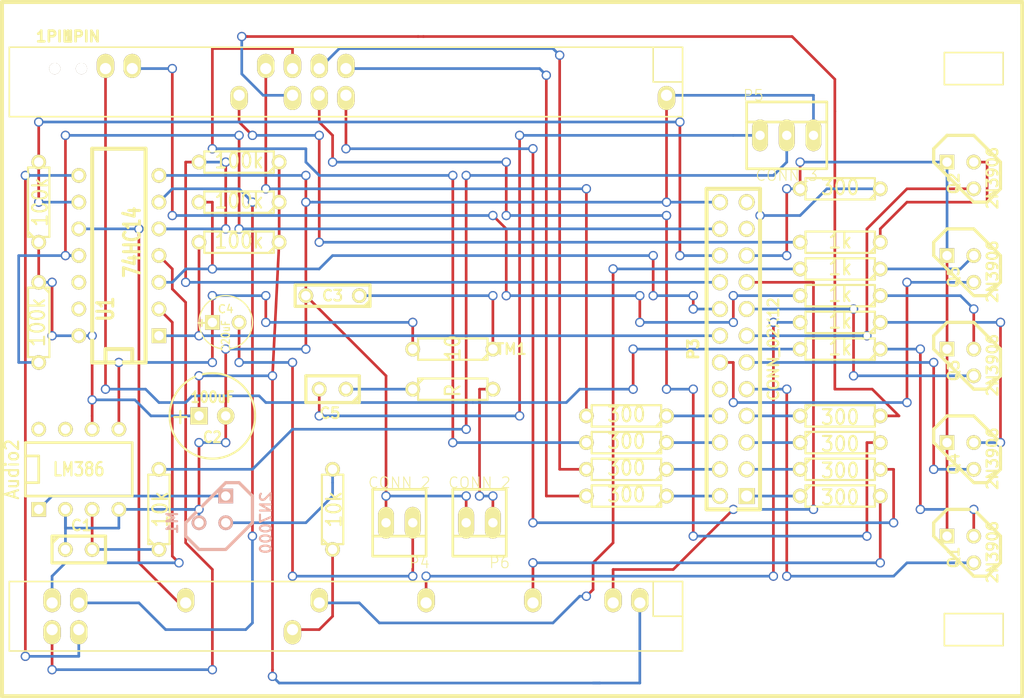
<source format=kicad_pcb>
(kicad_pcb (version 3) (host pcbnew "(2013-07-07 BZR 4022)-stable")

  (general
    (links 0)
    (no_connects 0)
    (area 143.384299 92.285499 241.273301 159.174501)
    (thickness 1.6)
    (drawings 0)
    (tracks 454)
    (zones 0)
    (modules 43)
    (nets 57)
  )

  (page A3)
  (layers
    (15 F.Cu signal)
    (0 B.Cu signal)
    (16 B.Adhes user)
    (17 F.Adhes user)
    (18 B.Paste user)
    (19 F.Paste user)
    (20 B.SilkS user)
    (21 F.SilkS user)
    (22 B.Mask user)
    (23 F.Mask user)
    (24 Dwgs.User user)
    (25 Cmts.User user)
    (26 Eco1.User user)
    (27 Eco2.User user)
    (28 Edge.Cuts user)
  )

  (setup
    (last_trace_width 0.254)
    (trace_clearance 0.254)
    (zone_clearance 0.508)
    (zone_45_only no)
    (trace_min 0.254)
    (segment_width 0.2)
    (edge_width 0.1)
    (via_size 0.889)
    (via_drill 0.635)
    (via_min_size 0.889)
    (via_min_drill 0.508)
    (uvia_size 0.508)
    (uvia_drill 0.127)
    (uvias_allowed no)
    (uvia_min_size 0.508)
    (uvia_min_drill 0.127)
    (pcb_text_width 0.3)
    (pcb_text_size 1.5 1.5)
    (mod_edge_width 0.15)
    (mod_text_size 1 1)
    (mod_text_width 0.15)
    (pad_size 1.0669 1.0669)
    (pad_drill 1.0668)
    (pad_to_mask_clearance 0)
    (aux_axis_origin 0 0)
    (visible_elements 7FFFFBFF)
    (pcbplotparams
      (layerselection 3178497)
      (usegerberextensions true)
      (excludeedgelayer true)
      (linewidth 0.150000)
      (plotframeref false)
      (viasonmask false)
      (mode 1)
      (useauxorigin false)
      (hpglpennumber 1)
      (hpglpenspeed 20)
      (hpglpendiameter 15)
      (hpglpenoverlay 2)
      (psnegative false)
      (psa4output false)
      (plotreference true)
      (plotvalue true)
      (plotothertext true)
      (plotinvisibletext false)
      (padsonsilk false)
      (subtractmaskfromsilk false)
      (outputformat 1)
      (mirror false)
      (drillshape 1)
      (scaleselection 1)
      (outputdirectory ""))
  )

  (net 0 "")
  (net 1 3V_205)
  (net 2 5V_203)
  (net 3 AudioIn)
  (net 4 AudioJackGrnd)
  (net 5 AudiojackOut)
  (net 6 DIG_COLON)
  (net 7 DIG_H01)
  (net 8 DIG_H10)
  (net 9 DIG_M01)
  (net 10 DIG_M10)
  (net 11 N-0000041)
  (net 12 N-0000042)
  (net 13 N-0000043)
  (net 14 N-0000044)
  (net 15 N-0000045)
  (net 16 N-0000048)
  (net 17 N-0000049)
  (net 18 N-0000050)
  (net 19 N-0000051)
  (net 20 N-0000053)
  (net 21 PC10)
  (net 22 PC6)
  (net 23 PC7)
  (net 24 PC8)
  (net 25 PC9)
  (net 26 PD10)
  (net 27 PD11)
  (net 28 PD6)
  (net 29 PD7)
  (net 30 PD8)
  (net 31 PD9)
  (net 32 PE10)
  (net 33 PE11)
  (net 34 PE12)
  (net 35 PE13)
  (net 36 PE6)
  (net 37 PE7)
  (net 38 PE8)
  (net 39 PE9)
  (net 40 PHOTO-)
  (net 41 S1)
  (net 42 S2)
  (net 43 S3)
  (net 44 S4)
  (net 45 S5)
  (net 46 SEG_A)
  (net 47 SEG_B)
  (net 48 SEG_C)
  (net 49 SEG_D)
  (net 50 SEG_DP)
  (net 51 SEG_E)
  (net 52 SEG_F)
  (net 53 SEG_G)
  (net 54 SPKR+)
  (net 55 VOL+)
  (net 56 VOL_SEL)

  (net_class Default "This is the default net class."
    (clearance 0.254)
    (trace_width 0.254)
    (via_dia 0.889)
    (via_drill 0.635)
    (uvia_dia 0.508)
    (uvia_drill 0.127)
    (add_net "")
    (add_net 3V_205)
    (add_net 5V_203)
    (add_net AudioIn)
    (add_net AudioJackGrnd)
    (add_net AudiojackOut)
    (add_net DIG_COLON)
    (add_net DIG_H01)
    (add_net DIG_H10)
    (add_net DIG_M01)
    (add_net DIG_M10)
    (add_net N-0000041)
    (add_net N-0000042)
    (add_net N-0000043)
    (add_net N-0000044)
    (add_net N-0000045)
    (add_net N-0000048)
    (add_net N-0000049)
    (add_net N-0000050)
    (add_net N-0000051)
    (add_net N-0000053)
    (add_net PC10)
    (add_net PC6)
    (add_net PC7)
    (add_net PC8)
    (add_net PC9)
    (add_net PD10)
    (add_net PD11)
    (add_net PD6)
    (add_net PD7)
    (add_net PD8)
    (add_net PD9)
    (add_net PE10)
    (add_net PE11)
    (add_net PE12)
    (add_net PE13)
    (add_net PE6)
    (add_net PE7)
    (add_net PE8)
    (add_net PE9)
    (add_net PHOTO-)
    (add_net S1)
    (add_net S2)
    (add_net S3)
    (add_net S4)
    (add_net S5)
    (add_net SEG_A)
    (add_net SEG_B)
    (add_net SEG_C)
    (add_net SEG_D)
    (add_net SEG_DP)
    (add_net SEG_E)
    (add_net SEG_F)
    (add_net SEG_G)
    (add_net SPKR+)
    (add_net VOL+)
    (add_net VOL_SEL)
  )

  (module 1pin (layer F.Cu) (tedit 55847622) (tstamp 5584D263)
    (at 148.844 99.06)
    (descr "module 1 pin (ou trou mecanique de percage)")
    (tags DEV)
    (path 1pin)
    (fp_text reference 1PIN (at 0 -3.048) (layer F.SilkS)
      (effects (font (size 1.016 1.016) (thickness 0.254)))
    )
    (fp_text value P*** (at 0 2.794) (layer F.SilkS) hide
      (effects (font (size 1.016 1.016) (thickness 0.254)))
    )
    (pad 1 thru_hole circle (at 0 0) (size 1.0669 1.0669) (drill 1.0668)
      (layers *.Cu *.Mask F.SilkS)
    )
  )

  (module 1pin (layer F.Cu) (tedit 558475C1) (tstamp 5584D1FF)
    (at 151.384 99.06)
    (descr "module 1 pin (ou trou mecanique de percage)")
    (tags DEV)
    (path 1pin)
    (fp_text reference 1PIN (at 0 -3.048) (layer F.SilkS)
      (effects (font (size 1.016 1.016) (thickness 0.254)))
    )
    (fp_text value P*** (at 0 2.794) (layer F.SilkS) hide
      (effects (font (size 1.016 1.016) (thickness 0.254)))
    )
    (pad 1 thru_hole circle (at 0 0) (size 1.0669 1.0669) (drill 1.0668)
      (layers *.Cu *.Mask F.SilkS)
    )
  )

  (module STM32F4DISC (layer F.Cu) (tedit 5583B75A) (tstamp 5580A0FF)
    (at 191.77 124.46)
    (descr "STM32 F4 Discovery Header")
    (tags "STM32F4 Discovery")
    (path /557DEA42/55807EE7)
    (fp_text reference STM1 (at 0 1.27) (layer F.SilkS)
      (effects (font (size 1.016 1.016) (thickness 0.2032)))
    )
    (fp_text value STM32_F4_DISCOVERY (at 0 -1.27) (layer F.SilkS) hide
      (effects (font (size 1.016 0.889) (thickness 0.2032)))
    )
    (fp_line (start 41.656 -26.924) (end 47.244 -26.924) (layer F.SilkS) (width 0.15))
    (fp_line (start 47.244 -26.924) (end 47.244 -23.876) (layer F.SilkS) (width 0.15))
    (fp_line (start 47.244 -23.876) (end 41.656 -23.876) (layer F.SilkS) (width 0.15))
    (fp_line (start 41.656 -23.876) (end 41.656 -26.924) (layer F.SilkS) (width 0.15))
    (fp_line (start 47.244 26.416) (end 41.656 26.416) (layer F.SilkS) (width 0.15))
    (fp_line (start 41.656 26.416) (end 41.656 29.464) (layer F.SilkS) (width 0.15))
    (fp_line (start 41.656 29.464) (end 47.244 29.464) (layer F.SilkS) (width 0.15))
    (fp_line (start 47.244 29.464) (end 47.244 26.416) (layer F.SilkS) (width 0.15))
    (fp_line (start 13.97 23.368) (end 13.97 26.67) (layer F.SilkS) (width 0.15))
    (fp_line (start 13.97 26.67) (end 16.764 26.67) (layer F.SilkS) (width 0.15))
    (fp_line (start 16.764 23.368) (end -47.244 23.368) (layer F.SilkS) (width 0.15))
    (fp_line (start -47.244 23.368) (end -47.244 29.972) (layer F.SilkS) (width 0.15))
    (fp_line (start -47.244 29.972) (end 16.764 29.972) (layer F.SilkS) (width 0.15))
    (fp_line (start 16.764 29.972) (end 16.764 23.368) (layer F.SilkS) (width 0.15))
    (fp_line (start 13.97 -27.432) (end 13.97 -24.13) (layer F.SilkS) (width 0.15))
    (fp_line (start 13.97 -24.13) (end 16.764 -24.13) (layer F.SilkS) (width 0.15))
    (fp_line (start 16.764 -27.432) (end -47.244 -27.432) (layer F.SilkS) (width 0.15))
    (fp_line (start -47.244 -27.432) (end -47.244 -20.828) (layer F.SilkS) (width 0.15))
    (fp_line (start -47.244 -20.828) (end 16.764 -20.828) (layer F.SilkS) (width 0.15))
    (fp_line (start 16.764 -20.828) (end 16.764 -27.432) (layer F.SilkS) (width 0.15))
    (fp_line (start 49.0588 -31.73) (end -47.9412 -31.73) (layer F.SilkS) (width 0.381))
    (fp_line (start -47.9412 34.27) (end 49.0588 34.27) (layer F.SilkS) (width 0.381))
    (fp_line (start 49.0588 34.27) (end 49.0588 -31.73) (layer F.SilkS) (width 0.381))
    (fp_line (start -47.9412 34.27) (end -47.9412 -31.73) (layer F.SilkS) (width 0.381))
    (pad 1-25 thru_hole oval (at -15.24 -25.4) (size 1.651 2.286) (drill 1.0668 (offset 0 -0.254))
      (layers *.Cu *.Mask F.SilkS)
      (net 37 PE7)
    )
    (pad 1-27 thru_hole oval (at -17.78 -25.4) (size 1.651 2.286) (drill 1.0668 (offset 0 -0.254))
      (layers *.Cu *.Mask F.SilkS)
      (net 39 PE9)
    )
    (pad 1-29 thru_hole oval (at -20.32 -25.4) (size 1.651 2.286) (drill 1.0668 (offset 0 -0.254))
      (layers *.Cu *.Mask F.SilkS)
      (net 33 PE11)
    )
    (pad 1-31 thru_hole oval (at -22.86 -25.4) (size 1.651 2.286) (drill 1.0668 (offset 0 -0.254))
      (layers *.Cu *.Mask F.SilkS)
      (net 35 PE13)
    )
    (pad 1-41 thru_hole oval (at -35.56 -25.4) (size 1.651 2.286) (drill 1.0668 (offset 0 -0.254))
      (layers *.Cu *.Mask F.SilkS)
      (net 31 PD9)
    )
    (pad 1-43 thru_hole oval (at -38.1 -25.4) (size 1.651 2.286) (drill 1.0668 (offset 0 -0.254))
      (layers *.Cu *.Mask F.SilkS)
      (net 27 PD11)
    )
    (pad 1-2 thru_hole oval (at 15.24 -22.86 180) (size 1.651 2.286) (drill 1.0668 (offset 0 -0.254))
      (layers *.Cu *.Mask F.SilkS)
      (net 4 AudioJackGrnd)
    )
    (pad 1-26 thru_hole oval (at -15.24 -22.86 180) (size 1.651 2.286) (drill 1.0668 (offset 0 -0.254))
      (layers *.Cu *.Mask F.SilkS)
      (net 38 PE8)
    )
    (pad 1-28 thru_hole oval (at -17.78 -22.86 180) (size 1.651 2.286) (drill 1.0668 (offset 0 -0.254))
      (layers *.Cu *.Mask F.SilkS)
      (net 32 PE10)
    )
    (pad 1-30 thru_hole oval (at -20.32 -22.86 180) (size 1.651 2.286) (drill 1.0668 (offset 0 -0.254))
      (layers *.Cu *.Mask F.SilkS)
      (net 34 PE12)
    )
    (pad 1-34 thru_hole oval (at -25.4 -22.86 180) (size 1.651 2.286) (drill 1.0668 (offset 0 -0.254))
      (layers *.Cu *.Mask F.SilkS)
      (net 26 PD10)
    )
    (pad 2-3 thru_hole oval (at 12.7 25.4) (size 1.651 2.286) (drill 1.0668 (offset 0 -0.254))
      (layers *.Cu *.Mask F.SilkS)
      (net 2 5V_203)
    )
    (pad 2-5 thru_hole oval (at 10.16 25.4) (size 1.651 2.286) (drill 1.0668 (offset 0 -0.254))
      (layers *.Cu *.Mask F.SilkS)
      (net 1 3V_205)
    )
    (pad 2-11 thru_hole oval (at 2.54 25.4) (size 1.651 2.286) (drill 1.0668 (offset 0 -0.254))
      (layers *.Cu *.Mask F.SilkS)
      (net 36 PE6)
    )
    (pad 2-19 thru_hole oval (at -7.62 25.4) (size 1.651 2.286) (drill 1.0668 (offset 0 -0.254))
      (layers *.Cu *.Mask F.SilkS)
      (net 30 PD8)
    )
    (pad 2-27 thru_hole oval (at -17.78 25.4) (size 1.651 2.286) (drill 1.0668 (offset 0 -0.254))
      (layers *.Cu *.Mask F.SilkS)
      (net 29 PD7)
    )
    (pad 2-37 thru_hole oval (at -30.48 25.4) (size 1.651 2.286) (drill 1.0668 (offset 0 -0.254))
      (layers *.Cu *.Mask F.SilkS)
      (net 21 PC10)
    )
    (pad 2-45 thru_hole oval (at -40.64 25.4) (size 1.651 2.286) (drill 1.0668 (offset 0 -0.254))
      (layers *.Cu *.Mask F.SilkS)
      (net 24 PC8)
    )
    (pad 2-47 thru_hole oval (at -43.18 25.4) (size 1.651 2.286) (drill 1.0668 (offset 0 -0.254))
      (layers *.Cu *.Mask F.SilkS)
      (net 22 PC6)
    )
    (pad 2-30 thru_hole oval (at -20.32 27.94 180) (size 1.651 2.286) (drill 1.0668 (offset 0 -0.254))
      (layers *.Cu *.Mask F.SilkS)
      (net 28 PD6)
    )
    (pad 2-46 thru_hole oval (at -40.64 27.94 180) (size 1.651 2.286) (drill 1.0668 (offset 0 -0.254))
      (layers *.Cu *.Mask F.SilkS)
      (net 25 PC9)
    )
    (pad 2-48 thru_hole oval (at -43.18 27.94 180) (size 1.651 2.286) (drill 1.0668 (offset 0 -0.254))
      (layers *.Cu *.Mask F.SilkS)
      (net 23 PC7)
    )
    (model walter/conn_misc/stm32f4_discovery_header.wrl
      (at (xyz 0 0 0))
      (scale (xyz 1 1 1))
      (rotate (xyz 0 0 0))
    )
  )

  (module TO92DGS (layer B.Cu) (tedit 5583B415) (tstamp 5580A030)
    (at 163.83 140.97 90)
    (descr "Transistor TO92 brochage type BC237")
    (tags "TR TO92")
    (path /557B7DE3/55809FE3)
    (fp_text reference M1 (at -1.27 -3.81 90) (layer B.SilkS)
      (effects (font (size 1.016 1.016) (thickness 0.2032)) (justify mirror))
    )
    (fp_text value 2N7000 (at -1.27 5.08 90) (layer B.SilkS)
      (effects (font (size 1.016 1.016) (thickness 0.2032)) (justify mirror))
    )
    (fp_line (start -1.27 -2.54) (end 2.54 1.27) (layer B.SilkS) (width 0.3048))
    (fp_line (start 2.54 1.27) (end 2.54 2.54) (layer B.SilkS) (width 0.3048))
    (fp_line (start 2.54 2.54) (end 1.27 3.81) (layer B.SilkS) (width 0.3048))
    (fp_line (start 1.27 3.81) (end -1.27 3.81) (layer B.SilkS) (width 0.3048))
    (fp_line (start -1.27 3.81) (end -3.81 1.27) (layer B.SilkS) (width 0.3048))
    (fp_line (start -3.81 1.27) (end -3.81 -1.27) (layer B.SilkS) (width 0.3048))
    (fp_line (start -3.81 -1.27) (end -2.54 -2.54) (layer B.SilkS) (width 0.3048))
    (fp_line (start -2.54 -2.54) (end -1.27 -2.54) (layer B.SilkS) (width 0.3048))
    (pad D thru_hole rect (at 1.27 1.27 90) (size 1.397 1.397) (drill 0.889)
      (layers *.Cu *.Mask B.SilkS)
      (net 20 N-0000053)
    )
    (pad G thru_hole circle (at -1.27 1.27 90) (size 1.397 1.397) (drill 0.889)
      (layers *.Cu *.Mask B.SilkS)
      (net 18 N-0000050)
    )
    (pad S thru_hole circle (at -1.27 -1.27 90) (size 1.397 1.397) (drill 0.889)
      (layers *.Cu *.Mask B.SilkS)
      (net 4 AudioJackGrnd)
    )
    (model discret/to98.wrl
      (at (xyz 0 0 0))
      (scale (xyz 1 1 1))
      (rotate (xyz 0 0 0))
    )
  )

  (module TO92-CBE (layer F.Cu) (tedit 5583B605) (tstamp 5580A03F)
    (at 234.95 135.89 270)
    (descr "Transistor TO92 brochage type BC237")
    (tags "TR TO92")
    (path /557B65AF/5580850A)
    (fp_text reference Q4 (at 0.762 0.635 270) (layer F.SilkS)
      (effects (font (size 1.016 1.016) (thickness 0.2032)))
    )
    (fp_text value 2N3906 (at 0.254 -3.048 270) (layer F.SilkS)
      (effects (font (size 1.016 1.016) (thickness 0.2032)))
    )
    (fp_line (start -1.27 2.54) (end 2.54 -1.27) (layer F.SilkS) (width 0.3048))
    (fp_line (start 2.54 -1.27) (end 2.54 -2.54) (layer F.SilkS) (width 0.3048))
    (fp_line (start 2.54 -2.54) (end 1.27 -3.81) (layer F.SilkS) (width 0.3048))
    (fp_line (start 1.27 -3.81) (end -1.27 -3.81) (layer F.SilkS) (width 0.3048))
    (fp_line (start -1.27 -3.81) (end -3.81 -1.27) (layer F.SilkS) (width 0.3048))
    (fp_line (start -3.81 -1.27) (end -3.81 1.27) (layer F.SilkS) (width 0.3048))
    (fp_line (start -3.81 1.27) (end -2.54 2.54) (layer F.SilkS) (width 0.3048))
    (fp_line (start -2.54 2.54) (end -1.27 2.54) (layer F.SilkS) (width 0.3048))
    (pad E thru_hole rect (at -1.27 1.27 270) (size 1.397 1.397) (drill 0.889)
      (layers *.Cu *.Mask F.SilkS)
      (net 40 PHOTO-)
    )
    (pad B thru_hole circle (at -1.27 -1.27 270) (size 1.397 1.397) (drill 0.889)
      (layers *.Cu *.Mask F.SilkS)
      (net 14 N-0000044)
    )
    (pad C thru_hole circle (at 1.27 -1.27 270) (size 1.397 1.397) (drill 0.889)
      (layers *.Cu *.Mask F.SilkS)
      (net 10 DIG_M10)
    )
    (model discret/to98.wrl
      (at (xyz 0 0 0))
      (scale (xyz 1 1 1))
      (rotate (xyz 0 0 0))
    )
  )

  (module TO92-CBE (layer F.Cu) (tedit 5583B5EF) (tstamp 5580A04E)
    (at 234.95 118.11 270)
    (descr "Transistor TO92 brochage type BC237")
    (tags "TR TO92")
    (path /557B65AF/55808477)
    (fp_text reference Q5 (at 0.762 0.635 270) (layer F.SilkS)
      (effects (font (size 1.016 1.016) (thickness 0.2032)))
    )
    (fp_text value 2N3906 (at 0.254 -3.048 270) (layer F.SilkS)
      (effects (font (size 1.016 1.016) (thickness 0.2032)))
    )
    (fp_line (start -1.27 2.54) (end 2.54 -1.27) (layer F.SilkS) (width 0.3048))
    (fp_line (start 2.54 -1.27) (end 2.54 -2.54) (layer F.SilkS) (width 0.3048))
    (fp_line (start 2.54 -2.54) (end 1.27 -3.81) (layer F.SilkS) (width 0.3048))
    (fp_line (start 1.27 -3.81) (end -1.27 -3.81) (layer F.SilkS) (width 0.3048))
    (fp_line (start -1.27 -3.81) (end -3.81 -1.27) (layer F.SilkS) (width 0.3048))
    (fp_line (start -3.81 -1.27) (end -3.81 1.27) (layer F.SilkS) (width 0.3048))
    (fp_line (start -3.81 1.27) (end -2.54 2.54) (layer F.SilkS) (width 0.3048))
    (fp_line (start -2.54 2.54) (end -1.27 2.54) (layer F.SilkS) (width 0.3048))
    (pad E thru_hole rect (at -1.27 1.27 270) (size 1.397 1.397) (drill 0.889)
      (layers *.Cu *.Mask F.SilkS)
      (net 40 PHOTO-)
    )
    (pad B thru_hole circle (at -1.27 -1.27 270) (size 1.397 1.397) (drill 0.889)
      (layers *.Cu *.Mask F.SilkS)
      (net 12 N-0000042)
    )
    (pad C thru_hole circle (at 1.27 -1.27 270) (size 1.397 1.397) (drill 0.889)
      (layers *.Cu *.Mask F.SilkS)
      (net 9 DIG_M01)
    )
    (model discret/to98.wrl
      (at (xyz 0 0 0))
      (scale (xyz 1 1 1))
      (rotate (xyz 0 0 0))
    )
  )

  (module TO92-CBE (layer F.Cu) (tedit 5583B5FA) (tstamp 5580A05D)
    (at 234.95 127 270)
    (descr "Transistor TO92 brochage type BC237")
    (tags "TR TO92")
    (path /557B65AF/55808471)
    (fp_text reference Q3 (at 0.762 0.635 270) (layer F.SilkS)
      (effects (font (size 1.016 1.016) (thickness 0.2032)))
    )
    (fp_text value 2N3906 (at 0.254 -3.048 270) (layer F.SilkS)
      (effects (font (size 1.016 1.016) (thickness 0.2032)))
    )
    (fp_line (start -1.27 2.54) (end 2.54 -1.27) (layer F.SilkS) (width 0.3048))
    (fp_line (start 2.54 -1.27) (end 2.54 -2.54) (layer F.SilkS) (width 0.3048))
    (fp_line (start 2.54 -2.54) (end 1.27 -3.81) (layer F.SilkS) (width 0.3048))
    (fp_line (start 1.27 -3.81) (end -1.27 -3.81) (layer F.SilkS) (width 0.3048))
    (fp_line (start -1.27 -3.81) (end -3.81 -1.27) (layer F.SilkS) (width 0.3048))
    (fp_line (start -3.81 -1.27) (end -3.81 1.27) (layer F.SilkS) (width 0.3048))
    (fp_line (start -3.81 1.27) (end -2.54 2.54) (layer F.SilkS) (width 0.3048))
    (fp_line (start -2.54 2.54) (end -1.27 2.54) (layer F.SilkS) (width 0.3048))
    (pad E thru_hole rect (at -1.27 1.27 270) (size 1.397 1.397) (drill 0.889)
      (layers *.Cu *.Mask F.SilkS)
      (net 40 PHOTO-)
    )
    (pad B thru_hole circle (at -1.27 -1.27 270) (size 1.397 1.397) (drill 0.889)
      (layers *.Cu *.Mask F.SilkS)
      (net 15 N-0000045)
    )
    (pad C thru_hole circle (at 1.27 -1.27 270) (size 1.397 1.397) (drill 0.889)
      (layers *.Cu *.Mask F.SilkS)
      (net 6 DIG_COLON)
    )
    (model discret/to98.wrl
      (at (xyz 0 0 0))
      (scale (xyz 1 1 1))
      (rotate (xyz 0 0 0))
    )
  )

  (module TO92-CBE (layer F.Cu) (tedit 5583B60A) (tstamp 5580A06C)
    (at 234.95 144.78 270)
    (descr "Transistor TO92 brochage type BC237")
    (tags "TR TO92")
    (path /557B65AF/55808464)
    (fp_text reference Q1 (at 0.762 0.635 270) (layer F.SilkS)
      (effects (font (size 1.016 1.016) (thickness 0.2032)))
    )
    (fp_text value 2N3906 (at 0.254 -3.048 270) (layer F.SilkS)
      (effects (font (size 1.016 1.016) (thickness 0.2032)))
    )
    (fp_line (start -1.27 2.54) (end 2.54 -1.27) (layer F.SilkS) (width 0.3048))
    (fp_line (start 2.54 -1.27) (end 2.54 -2.54) (layer F.SilkS) (width 0.3048))
    (fp_line (start 2.54 -2.54) (end 1.27 -3.81) (layer F.SilkS) (width 0.3048))
    (fp_line (start 1.27 -3.81) (end -1.27 -3.81) (layer F.SilkS) (width 0.3048))
    (fp_line (start -1.27 -3.81) (end -3.81 -1.27) (layer F.SilkS) (width 0.3048))
    (fp_line (start -3.81 -1.27) (end -3.81 1.27) (layer F.SilkS) (width 0.3048))
    (fp_line (start -3.81 1.27) (end -2.54 2.54) (layer F.SilkS) (width 0.3048))
    (fp_line (start -2.54 2.54) (end -1.27 2.54) (layer F.SilkS) (width 0.3048))
    (pad E thru_hole rect (at -1.27 1.27 270) (size 1.397 1.397) (drill 0.889)
      (layers *.Cu *.Mask F.SilkS)
      (net 40 PHOTO-)
    )
    (pad B thru_hole circle (at -1.27 -1.27 270) (size 1.397 1.397) (drill 0.889)
      (layers *.Cu *.Mask F.SilkS)
      (net 13 N-0000043)
    )
    (pad C thru_hole circle (at 1.27 -1.27 270) (size 1.397 1.397) (drill 0.889)
      (layers *.Cu *.Mask F.SilkS)
      (net 8 DIG_H10)
    )
    (model discret/to98.wrl
      (at (xyz 0 0 0))
      (scale (xyz 1 1 1))
      (rotate (xyz 0 0 0))
    )
  )

  (module TO92-CBE (layer F.Cu) (tedit 5583B5E1) (tstamp 5580A07B)
    (at 234.95 109.22 270)
    (descr "Transistor TO92 brochage type BC237")
    (tags "TR TO92")
    (path /557B65AF/55808443)
    (fp_text reference Q2 (at 0.762 0.635 270) (layer F.SilkS)
      (effects (font (size 1.016 1.016) (thickness 0.2032)))
    )
    (fp_text value 2N3906 (at 0.254 -3.048 270) (layer F.SilkS)
      (effects (font (size 1.016 1.016) (thickness 0.2032)))
    )
    (fp_line (start -1.27 2.54) (end 2.54 -1.27) (layer F.SilkS) (width 0.3048))
    (fp_line (start 2.54 -1.27) (end 2.54 -2.54) (layer F.SilkS) (width 0.3048))
    (fp_line (start 2.54 -2.54) (end 1.27 -3.81) (layer F.SilkS) (width 0.3048))
    (fp_line (start 1.27 -3.81) (end -1.27 -3.81) (layer F.SilkS) (width 0.3048))
    (fp_line (start -1.27 -3.81) (end -3.81 -1.27) (layer F.SilkS) (width 0.3048))
    (fp_line (start -3.81 -1.27) (end -3.81 1.27) (layer F.SilkS) (width 0.3048))
    (fp_line (start -3.81 1.27) (end -2.54 2.54) (layer F.SilkS) (width 0.3048))
    (fp_line (start -2.54 2.54) (end -1.27 2.54) (layer F.SilkS) (width 0.3048))
    (pad E thru_hole rect (at -1.27 1.27 270) (size 1.397 1.397) (drill 0.889)
      (layers *.Cu *.Mask F.SilkS)
      (net 40 PHOTO-)
    )
    (pad B thru_hole circle (at -1.27 -1.27 270) (size 1.397 1.397) (drill 0.889)
      (layers *.Cu *.Mask F.SilkS)
      (net 11 N-0000041)
    )
    (pad C thru_hole circle (at 1.27 -1.27 270) (size 1.397 1.397) (drill 0.889)
      (layers *.Cu *.Mask F.SilkS)
      (net 7 DIG_H01)
    )
    (model discret/to98.wrl
      (at (xyz 0 0 0))
      (scale (xyz 1 1 1))
      (rotate (xyz 0 0 0))
    )
  )

  (module R3 (layer F.Cu) (tedit 5583B596) (tstamp 5580A10D)
    (at 223.52 120.65 180)
    (descr "Resitance 3 pas")
    (tags R)
    (path /557B65AF/557F2DCB)
    (autoplace_cost180 10)
    (fp_text reference R21 (at 0 0.127 180) (layer F.SilkS) hide
      (effects (font (size 1.397 1.27) (thickness 0.2032)))
    )
    (fp_text value 1k (at 0 0.127 180) (layer F.SilkS)
      (effects (font (size 1.397 1.27) (thickness 0.2032)))
    )
    (fp_line (start -3.81 0) (end -3.302 0) (layer F.SilkS) (width 0.2032))
    (fp_line (start 3.81 0) (end 3.302 0) (layer F.SilkS) (width 0.2032))
    (fp_line (start 3.302 0) (end 3.302 -1.016) (layer F.SilkS) (width 0.2032))
    (fp_line (start 3.302 -1.016) (end -3.302 -1.016) (layer F.SilkS) (width 0.2032))
    (fp_line (start -3.302 -1.016) (end -3.302 1.016) (layer F.SilkS) (width 0.2032))
    (fp_line (start -3.302 1.016) (end 3.302 1.016) (layer F.SilkS) (width 0.2032))
    (fp_line (start 3.302 1.016) (end 3.302 0) (layer F.SilkS) (width 0.2032))
    (fp_line (start -3.302 -0.508) (end -2.794 -1.016) (layer F.SilkS) (width 0.2032))
    (pad 1 thru_hole circle (at -3.81 0 180) (size 1.397 1.397) (drill 0.889)
      (layers *.Cu *.Mask F.SilkS)
      (net 15 N-0000045)
    )
    (pad 2 thru_hole circle (at 3.81 0 180) (size 1.397 1.397) (drill 0.889)
      (layers *.Cu *.Mask F.SilkS)
      (net 31 PD9)
    )
    (model discret/resistor.wrl
      (at (xyz 0 0 0))
      (scale (xyz 0.3 0.3 0.3))
      (rotate (xyz 0 0 0))
    )
  )

  (module R3 (layer F.Cu) (tedit 5583B51D) (tstamp 5580A11B)
    (at 166.37 115.57 180)
    (descr "Resitance 3 pas")
    (tags R)
    (path /557DFB99/557DFC47)
    (autoplace_cost180 10)
    (fp_text reference R14 (at 0 0.127 180) (layer F.SilkS) hide
      (effects (font (size 1.397 1.27) (thickness 0.2032)))
    )
    (fp_text value 100k (at 0 0.127 180) (layer F.SilkS)
      (effects (font (size 1.397 1.27) (thickness 0.2032)))
    )
    (fp_line (start -3.81 0) (end -3.302 0) (layer F.SilkS) (width 0.2032))
    (fp_line (start 3.81 0) (end 3.302 0) (layer F.SilkS) (width 0.2032))
    (fp_line (start 3.302 0) (end 3.302 -1.016) (layer F.SilkS) (width 0.2032))
    (fp_line (start 3.302 -1.016) (end -3.302 -1.016) (layer F.SilkS) (width 0.2032))
    (fp_line (start -3.302 -1.016) (end -3.302 1.016) (layer F.SilkS) (width 0.2032))
    (fp_line (start -3.302 1.016) (end 3.302 1.016) (layer F.SilkS) (width 0.2032))
    (fp_line (start 3.302 1.016) (end 3.302 0) (layer F.SilkS) (width 0.2032))
    (fp_line (start -3.302 -0.508) (end -2.794 -1.016) (layer F.SilkS) (width 0.2032))
    (pad 1 thru_hole circle (at -3.81 0 180) (size 1.397 1.397) (drill 0.889)
      (layers *.Cu *.Mask F.SilkS)
      (net 2 5V_203)
    )
    (pad 2 thru_hole circle (at 3.81 0 180) (size 1.397 1.397) (drill 0.889)
      (layers *.Cu *.Mask F.SilkS)
      (net 41 S1)
    )
    (model discret/resistor.wrl
      (at (xyz 0 0 0))
      (scale (xyz 0.3 0.3 0.3))
      (rotate (xyz 0 0 0))
    )
  )

  (module R3 (layer F.Cu) (tedit 5583B5C4) (tstamp 5580A129)
    (at 223.52 134.62)
    (descr "Resitance 3 pas")
    (tags R)
    (path /557B65AF/557B7BA6)
    (autoplace_cost180 10)
    (fp_text reference R6 (at 0 0.127) (layer F.SilkS) hide
      (effects (font (size 1.397 1.27) (thickness 0.2032)))
    )
    (fp_text value 300 (at 0 0.127) (layer F.SilkS)
      (effects (font (size 1.397 1.27) (thickness 0.2032)))
    )
    (fp_line (start -3.81 0) (end -3.302 0) (layer F.SilkS) (width 0.2032))
    (fp_line (start 3.81 0) (end 3.302 0) (layer F.SilkS) (width 0.2032))
    (fp_line (start 3.302 0) (end 3.302 -1.016) (layer F.SilkS) (width 0.2032))
    (fp_line (start 3.302 -1.016) (end -3.302 -1.016) (layer F.SilkS) (width 0.2032))
    (fp_line (start -3.302 -1.016) (end -3.302 1.016) (layer F.SilkS) (width 0.2032))
    (fp_line (start -3.302 1.016) (end 3.302 1.016) (layer F.SilkS) (width 0.2032))
    (fp_line (start 3.302 1.016) (end 3.302 0) (layer F.SilkS) (width 0.2032))
    (fp_line (start -3.302 -0.508) (end -2.794 -1.016) (layer F.SilkS) (width 0.2032))
    (pad 1 thru_hole circle (at -3.81 0) (size 1.397 1.397) (drill 0.889)
      (layers *.Cu *.Mask F.SilkS)
      (net 51 SEG_E)
    )
    (pad 2 thru_hole circle (at 3.81 0) (size 1.397 1.397) (drill 0.889)
      (layers *.Cu *.Mask F.SilkS)
      (net 32 PE10)
    )
    (model discret/resistor.wrl
      (at (xyz 0 0 0))
      (scale (xyz 0.3 0.3 0.3))
      (rotate (xyz 0 0 0))
    )
  )

  (module R3 (layer F.Cu) (tedit 5583B48B) (tstamp 5580A137)
    (at 203.2 134.62 180)
    (descr "Resitance 3 pas")
    (tags R)
    (path /557B65AF/557B7BAC)
    (autoplace_cost180 10)
    (fp_text reference R7 (at 0 0.127 180) (layer F.SilkS) hide
      (effects (font (size 1.397 1.27) (thickness 0.2032)))
    )
    (fp_text value 300 (at 0 0.127 180) (layer F.SilkS)
      (effects (font (size 1.397 1.27) (thickness 0.2032)))
    )
    (fp_line (start -3.81 0) (end -3.302 0) (layer F.SilkS) (width 0.2032))
    (fp_line (start 3.81 0) (end 3.302 0) (layer F.SilkS) (width 0.2032))
    (fp_line (start 3.302 0) (end 3.302 -1.016) (layer F.SilkS) (width 0.2032))
    (fp_line (start 3.302 -1.016) (end -3.302 -1.016) (layer F.SilkS) (width 0.2032))
    (fp_line (start -3.302 -1.016) (end -3.302 1.016) (layer F.SilkS) (width 0.2032))
    (fp_line (start -3.302 1.016) (end 3.302 1.016) (layer F.SilkS) (width 0.2032))
    (fp_line (start 3.302 1.016) (end 3.302 0) (layer F.SilkS) (width 0.2032))
    (fp_line (start -3.302 -0.508) (end -2.794 -1.016) (layer F.SilkS) (width 0.2032))
    (pad 1 thru_hole circle (at -3.81 0 180) (size 1.397 1.397) (drill 0.889)
      (layers *.Cu *.Mask F.SilkS)
      (net 52 SEG_F)
    )
    (pad 2 thru_hole circle (at 3.81 0 180) (size 1.397 1.397) (drill 0.889)
      (layers *.Cu *.Mask F.SilkS)
      (net 33 PE11)
    )
    (model discret/resistor.wrl
      (at (xyz 0 0 0))
      (scale (xyz 0.3 0.3 0.3))
      (rotate (xyz 0 0 0))
    )
  )

  (module R3 (layer F.Cu) (tedit 5583B5B7) (tstamp 5580A145)
    (at 223.52 132.08)
    (descr "Resitance 3 pas")
    (tags R)
    (path /557B65AF/557B7BB2)
    (autoplace_cost180 10)
    (fp_text reference R9 (at 0 0.127) (layer F.SilkS) hide
      (effects (font (size 1.397 1.27) (thickness 0.2032)))
    )
    (fp_text value 300 (at 0 0.127) (layer F.SilkS)
      (effects (font (size 1.397 1.27) (thickness 0.2032)))
    )
    (fp_line (start -3.81 0) (end -3.302 0) (layer F.SilkS) (width 0.2032))
    (fp_line (start 3.81 0) (end 3.302 0) (layer F.SilkS) (width 0.2032))
    (fp_line (start 3.302 0) (end 3.302 -1.016) (layer F.SilkS) (width 0.2032))
    (fp_line (start 3.302 -1.016) (end -3.302 -1.016) (layer F.SilkS) (width 0.2032))
    (fp_line (start -3.302 -1.016) (end -3.302 1.016) (layer F.SilkS) (width 0.2032))
    (fp_line (start -3.302 1.016) (end 3.302 1.016) (layer F.SilkS) (width 0.2032))
    (fp_line (start 3.302 1.016) (end 3.302 0) (layer F.SilkS) (width 0.2032))
    (fp_line (start -3.302 -0.508) (end -2.794 -1.016) (layer F.SilkS) (width 0.2032))
    (pad 1 thru_hole circle (at -3.81 0) (size 1.397 1.397) (drill 0.889)
      (layers *.Cu *.Mask F.SilkS)
      (net 53 SEG_G)
    )
    (pad 2 thru_hole circle (at 3.81 0) (size 1.397 1.397) (drill 0.889)
      (layers *.Cu *.Mask F.SilkS)
      (net 34 PE12)
    )
    (model discret/resistor.wrl
      (at (xyz 0 0 0))
      (scale (xyz 0.3 0.3 0.3))
      (rotate (xyz 0 0 0))
    )
  )

  (module R3 (layer F.Cu) (tedit 5583B487) (tstamp 5580A153)
    (at 203.2 132.08 180)
    (descr "Resitance 3 pas")
    (tags R)
    (path /557B65AF/557B7BB8)
    (autoplace_cost180 10)
    (fp_text reference R10 (at 0 0.127 180) (layer F.SilkS) hide
      (effects (font (size 1.397 1.27) (thickness 0.2032)))
    )
    (fp_text value 300 (at 0 0.127 180) (layer F.SilkS)
      (effects (font (size 1.397 1.27) (thickness 0.2032)))
    )
    (fp_line (start -3.81 0) (end -3.302 0) (layer F.SilkS) (width 0.2032))
    (fp_line (start 3.81 0) (end 3.302 0) (layer F.SilkS) (width 0.2032))
    (fp_line (start 3.302 0) (end 3.302 -1.016) (layer F.SilkS) (width 0.2032))
    (fp_line (start 3.302 -1.016) (end -3.302 -1.016) (layer F.SilkS) (width 0.2032))
    (fp_line (start -3.302 -1.016) (end -3.302 1.016) (layer F.SilkS) (width 0.2032))
    (fp_line (start -3.302 1.016) (end 3.302 1.016) (layer F.SilkS) (width 0.2032))
    (fp_line (start 3.302 1.016) (end 3.302 0) (layer F.SilkS) (width 0.2032))
    (fp_line (start -3.302 -0.508) (end -2.794 -1.016) (layer F.SilkS) (width 0.2032))
    (pad 1 thru_hole circle (at -3.81 0 180) (size 1.397 1.397) (drill 0.889)
      (layers *.Cu *.Mask F.SilkS)
      (net 50 SEG_DP)
    )
    (pad 2 thru_hole circle (at 3.81 0 180) (size 1.397 1.397) (drill 0.889)
      (layers *.Cu *.Mask F.SilkS)
      (net 35 PE13)
    )
    (model discret/resistor.wrl
      (at (xyz 0 0 0))
      (scale (xyz 0.3 0.3 0.3))
      (rotate (xyz 0 0 0))
    )
  )

  (module R3 (layer F.Cu) (tedit 5583B58F) (tstamp 5580A161)
    (at 223.52 118.11 180)
    (descr "Resitance 3 pas")
    (tags R)
    (path /557B65AF/557F2DB2)
    (autoplace_cost180 10)
    (fp_text reference R23 (at 0 0.127 180) (layer F.SilkS) hide
      (effects (font (size 1.397 1.27) (thickness 0.2032)))
    )
    (fp_text value 1k (at 0 0.127 180) (layer F.SilkS)
      (effects (font (size 1.397 1.27) (thickness 0.2032)))
    )
    (fp_line (start -3.81 0) (end -3.302 0) (layer F.SilkS) (width 0.2032))
    (fp_line (start 3.81 0) (end 3.302 0) (layer F.SilkS) (width 0.2032))
    (fp_line (start 3.302 0) (end 3.302 -1.016) (layer F.SilkS) (width 0.2032))
    (fp_line (start 3.302 -1.016) (end -3.302 -1.016) (layer F.SilkS) (width 0.2032))
    (fp_line (start -3.302 -1.016) (end -3.302 1.016) (layer F.SilkS) (width 0.2032))
    (fp_line (start -3.302 1.016) (end 3.302 1.016) (layer F.SilkS) (width 0.2032))
    (fp_line (start 3.302 1.016) (end 3.302 0) (layer F.SilkS) (width 0.2032))
    (fp_line (start -3.302 -0.508) (end -2.794 -1.016) (layer F.SilkS) (width 0.2032))
    (pad 1 thru_hole circle (at -3.81 0 180) (size 1.397 1.397) (drill 0.889)
      (layers *.Cu *.Mask F.SilkS)
      (net 12 N-0000042)
    )
    (pad 2 thru_hole circle (at 3.81 0 180) (size 1.397 1.397) (drill 0.889)
      (layers *.Cu *.Mask F.SilkS)
      (net 29 PD7)
    )
    (model discret/resistor.wrl
      (at (xyz 0 0 0))
      (scale (xyz 0.3 0.3 0.3))
      (rotate (xyz 0 0 0))
    )
  )

  (module R3 (layer F.Cu) (tedit 5583B5B0) (tstamp 5580A16F)
    (at 223.52 125.73 180)
    (descr "Resitance 3 pas")
    (tags R)
    (path /557B65AF/557F2DBF)
    (autoplace_cost180 10)
    (fp_text reference R3 (at 0 0.127 180) (layer F.SilkS) hide
      (effects (font (size 1.397 1.27) (thickness 0.2032)))
    )
    (fp_text value 1k (at 0 0.127 180) (layer F.SilkS)
      (effects (font (size 1.397 1.27) (thickness 0.2032)))
    )
    (fp_line (start -3.81 0) (end -3.302 0) (layer F.SilkS) (width 0.2032))
    (fp_line (start 3.81 0) (end 3.302 0) (layer F.SilkS) (width 0.2032))
    (fp_line (start 3.302 0) (end 3.302 -1.016) (layer F.SilkS) (width 0.2032))
    (fp_line (start 3.302 -1.016) (end -3.302 -1.016) (layer F.SilkS) (width 0.2032))
    (fp_line (start -3.302 -1.016) (end -3.302 1.016) (layer F.SilkS) (width 0.2032))
    (fp_line (start -3.302 1.016) (end 3.302 1.016) (layer F.SilkS) (width 0.2032))
    (fp_line (start 3.302 1.016) (end 3.302 0) (layer F.SilkS) (width 0.2032))
    (fp_line (start -3.302 -0.508) (end -2.794 -1.016) (layer F.SilkS) (width 0.2032))
    (pad 1 thru_hole circle (at -3.81 0 180) (size 1.397 1.397) (drill 0.889)
      (layers *.Cu *.Mask F.SilkS)
      (net 13 N-0000043)
    )
    (pad 2 thru_hole circle (at 3.81 0 180) (size 1.397 1.397) (drill 0.889)
      (layers *.Cu *.Mask F.SilkS)
      (net 27 PD11)
    )
    (model discret/resistor.wrl
      (at (xyz 0 0 0))
      (scale (xyz 0.3 0.3 0.3))
      (rotate (xyz 0 0 0))
    )
  )

  (module R3 (layer F.Cu) (tedit 5583B5A1) (tstamp 5580A17D)
    (at 223.52 123.19 180)
    (descr "Resitance 3 pas")
    (tags R)
    (path /557B65AF/557F2DC5)
    (autoplace_cost180 10)
    (fp_text reference R22 (at 0 0.127 180) (layer F.SilkS) hide
      (effects (font (size 1.397 1.27) (thickness 0.2032)))
    )
    (fp_text value 1k (at 0 0.127 180) (layer F.SilkS)
      (effects (font (size 1.397 1.27) (thickness 0.2032)))
    )
    (fp_line (start -3.81 0) (end -3.302 0) (layer F.SilkS) (width 0.2032))
    (fp_line (start 3.81 0) (end 3.302 0) (layer F.SilkS) (width 0.2032))
    (fp_line (start 3.302 0) (end 3.302 -1.016) (layer F.SilkS) (width 0.2032))
    (fp_line (start 3.302 -1.016) (end -3.302 -1.016) (layer F.SilkS) (width 0.2032))
    (fp_line (start -3.302 -1.016) (end -3.302 1.016) (layer F.SilkS) (width 0.2032))
    (fp_line (start -3.302 1.016) (end 3.302 1.016) (layer F.SilkS) (width 0.2032))
    (fp_line (start 3.302 1.016) (end 3.302 0) (layer F.SilkS) (width 0.2032))
    (fp_line (start -3.302 -0.508) (end -2.794 -1.016) (layer F.SilkS) (width 0.2032))
    (pad 1 thru_hole circle (at -3.81 0 180) (size 1.397 1.397) (drill 0.889)
      (layers *.Cu *.Mask F.SilkS)
      (net 14 N-0000044)
    )
    (pad 2 thru_hole circle (at 3.81 0 180) (size 1.397 1.397) (drill 0.889)
      (layers *.Cu *.Mask F.SilkS)
      (net 30 PD8)
    )
    (model discret/resistor.wrl
      (at (xyz 0 0 0))
      (scale (xyz 0.3 0.3 0.3))
      (rotate (xyz 0 0 0))
    )
  )

  (module R3 (layer F.Cu) (tedit 5583B490) (tstamp 5580A18B)
    (at 203.2 137.16 180)
    (descr "Resitance 3 pas")
    (tags R)
    (path /557B65AF/557B7BA0)
    (autoplace_cost180 10)
    (fp_text reference R5 (at 0 0.127 180) (layer F.SilkS) hide
      (effects (font (size 1.397 1.27) (thickness 0.2032)))
    )
    (fp_text value 300 (at 0 0.127 180) (layer F.SilkS)
      (effects (font (size 1.397 1.27) (thickness 0.2032)))
    )
    (fp_line (start -3.81 0) (end -3.302 0) (layer F.SilkS) (width 0.2032))
    (fp_line (start 3.81 0) (end 3.302 0) (layer F.SilkS) (width 0.2032))
    (fp_line (start 3.302 0) (end 3.302 -1.016) (layer F.SilkS) (width 0.2032))
    (fp_line (start 3.302 -1.016) (end -3.302 -1.016) (layer F.SilkS) (width 0.2032))
    (fp_line (start -3.302 -1.016) (end -3.302 1.016) (layer F.SilkS) (width 0.2032))
    (fp_line (start -3.302 1.016) (end 3.302 1.016) (layer F.SilkS) (width 0.2032))
    (fp_line (start 3.302 1.016) (end 3.302 0) (layer F.SilkS) (width 0.2032))
    (fp_line (start -3.302 -0.508) (end -2.794 -1.016) (layer F.SilkS) (width 0.2032))
    (pad 1 thru_hole circle (at -3.81 0 180) (size 1.397 1.397) (drill 0.889)
      (layers *.Cu *.Mask F.SilkS)
      (net 49 SEG_D)
    )
    (pad 2 thru_hole circle (at 3.81 0 180) (size 1.397 1.397) (drill 0.889)
      (layers *.Cu *.Mask F.SilkS)
      (net 39 PE9)
    )
    (model discret/resistor.wrl
      (at (xyz 0 0 0))
      (scale (xyz 0.3 0.3 0.3))
      (rotate (xyz 0 0 0))
    )
  )

  (module R3 (layer F.Cu) (tedit 5583B586) (tstamp 5580A199)
    (at 223.52 115.57 180)
    (descr "Resitance 3 pas")
    (tags R)
    (path /557B65AF/557F2DD1)
    (autoplace_cost180 10)
    (fp_text reference R20 (at 0 0.127 180) (layer F.SilkS) hide
      (effects (font (size 1.397 1.27) (thickness 0.2032)))
    )
    (fp_text value 1k (at 0 0.127 180) (layer F.SilkS)
      (effects (font (size 1.397 1.27) (thickness 0.2032)))
    )
    (fp_line (start -3.81 0) (end -3.302 0) (layer F.SilkS) (width 0.2032))
    (fp_line (start 3.81 0) (end 3.302 0) (layer F.SilkS) (width 0.2032))
    (fp_line (start 3.302 0) (end 3.302 -1.016) (layer F.SilkS) (width 0.2032))
    (fp_line (start 3.302 -1.016) (end -3.302 -1.016) (layer F.SilkS) (width 0.2032))
    (fp_line (start -3.302 -1.016) (end -3.302 1.016) (layer F.SilkS) (width 0.2032))
    (fp_line (start -3.302 1.016) (end 3.302 1.016) (layer F.SilkS) (width 0.2032))
    (fp_line (start 3.302 1.016) (end 3.302 0) (layer F.SilkS) (width 0.2032))
    (fp_line (start -3.302 -0.508) (end -2.794 -1.016) (layer F.SilkS) (width 0.2032))
    (pad 1 thru_hole circle (at -3.81 0 180) (size 1.397 1.397) (drill 0.889)
      (layers *.Cu *.Mask F.SilkS)
      (net 11 N-0000041)
    )
    (pad 2 thru_hole circle (at 3.81 0 180) (size 1.397 1.397) (drill 0.889)
      (layers *.Cu *.Mask F.SilkS)
      (net 26 PD10)
    )
    (model discret/resistor.wrl
      (at (xyz 0 0 0))
      (scale (xyz 0.3 0.3 0.3))
      (rotate (xyz 0 0 0))
    )
  )

  (module R3 (layer F.Cu) (tedit 5583B461) (tstamp 5580A1A7)
    (at 186.69 129.54)
    (descr "Resitance 3 pas")
    (tags R)
    (path /557DEA42/557F4CDA)
    (autoplace_cost180 10)
    (fp_text reference R19 (at 0 0.127) (layer F.SilkS) hide
      (effects (font (size 1.397 1.27) (thickness 0.2032)))
    )
    (fp_text value R (at 0 0.127 270) (layer F.SilkS)
      (effects (font (size 1.397 1.27) (thickness 0.2032)))
    )
    (fp_line (start -3.81 0) (end -3.302 0) (layer F.SilkS) (width 0.2032))
    (fp_line (start 3.81 0) (end 3.302 0) (layer F.SilkS) (width 0.2032))
    (fp_line (start 3.302 0) (end 3.302 -1.016) (layer F.SilkS) (width 0.2032))
    (fp_line (start 3.302 -1.016) (end -3.302 -1.016) (layer F.SilkS) (width 0.2032))
    (fp_line (start -3.302 -1.016) (end -3.302 1.016) (layer F.SilkS) (width 0.2032))
    (fp_line (start -3.302 1.016) (end 3.302 1.016) (layer F.SilkS) (width 0.2032))
    (fp_line (start 3.302 1.016) (end 3.302 0) (layer F.SilkS) (width 0.2032))
    (fp_line (start -3.302 -0.508) (end -2.794 -1.016) (layer F.SilkS) (width 0.2032))
    (pad 1 thru_hole circle (at -3.81 0) (size 1.397 1.397) (drill 0.889)
      (layers *.Cu *.Mask F.SilkS)
      (net 3 AudioIn)
    )
    (pad 2 thru_hole circle (at 3.81 0) (size 1.397 1.397) (drill 0.889)
      (layers *.Cu *.Mask F.SilkS)
      (net 5 AudiojackOut)
    )
    (model discret/resistor.wrl
      (at (xyz 0 0 0))
      (scale (xyz 0.3 0.3 0.3))
      (rotate (xyz 0 0 0))
    )
  )

  (module R3 (layer F.Cu) (tedit 5583B41B) (tstamp 5580A1B5)
    (at 175.26 140.97 90)
    (descr "Resitance 3 pas")
    (tags R)
    (path /557B7DE3/557BA3B3)
    (autoplace_cost180 10)
    (fp_text reference R12 (at 0 0.127 90) (layer F.SilkS) hide
      (effects (font (size 1.397 1.27) (thickness 0.2032)))
    )
    (fp_text value 10k (at 0 0.127 90) (layer F.SilkS)
      (effects (font (size 1.397 1.27) (thickness 0.2032)))
    )
    (fp_line (start -3.81 0) (end -3.302 0) (layer F.SilkS) (width 0.2032))
    (fp_line (start 3.81 0) (end 3.302 0) (layer F.SilkS) (width 0.2032))
    (fp_line (start 3.302 0) (end 3.302 -1.016) (layer F.SilkS) (width 0.2032))
    (fp_line (start 3.302 -1.016) (end -3.302 -1.016) (layer F.SilkS) (width 0.2032))
    (fp_line (start -3.302 -1.016) (end -3.302 1.016) (layer F.SilkS) (width 0.2032))
    (fp_line (start -3.302 1.016) (end 3.302 1.016) (layer F.SilkS) (width 0.2032))
    (fp_line (start 3.302 1.016) (end 3.302 0) (layer F.SilkS) (width 0.2032))
    (fp_line (start -3.302 -0.508) (end -2.794 -1.016) (layer F.SilkS) (width 0.2032))
    (pad 1 thru_hole circle (at -3.81 0 90) (size 1.397 1.397) (drill 0.889)
      (layers *.Cu *.Mask F.SilkS)
      (net 28 PD6)
    )
    (pad 2 thru_hole circle (at 3.81 0 90) (size 1.397 1.397) (drill 0.889)
      (layers *.Cu *.Mask F.SilkS)
      (net 18 N-0000050)
    )
    (model discret/resistor.wrl
      (at (xyz 0 0 0))
      (scale (xyz 0.3 0.3 0.3))
      (rotate (xyz 0 0 0))
    )
  )

  (module R3 (layer F.Cu) (tedit 5583B524) (tstamp 5580A1C3)
    (at 166.37 111.76 180)
    (descr "Resitance 3 pas")
    (tags R)
    (path /557DFB99/557DFEC6)
    (autoplace_cost180 10)
    (fp_text reference R15 (at 0 0.127 180) (layer F.SilkS) hide
      (effects (font (size 1.397 1.27) (thickness 0.2032)))
    )
    (fp_text value 100k (at 0 0.127 180) (layer F.SilkS)
      (effects (font (size 1.397 1.27) (thickness 0.2032)))
    )
    (fp_line (start -3.81 0) (end -3.302 0) (layer F.SilkS) (width 0.2032))
    (fp_line (start 3.81 0) (end 3.302 0) (layer F.SilkS) (width 0.2032))
    (fp_line (start 3.302 0) (end 3.302 -1.016) (layer F.SilkS) (width 0.2032))
    (fp_line (start 3.302 -1.016) (end -3.302 -1.016) (layer F.SilkS) (width 0.2032))
    (fp_line (start -3.302 -1.016) (end -3.302 1.016) (layer F.SilkS) (width 0.2032))
    (fp_line (start -3.302 1.016) (end 3.302 1.016) (layer F.SilkS) (width 0.2032))
    (fp_line (start 3.302 1.016) (end 3.302 0) (layer F.SilkS) (width 0.2032))
    (fp_line (start -3.302 -0.508) (end -2.794 -1.016) (layer F.SilkS) (width 0.2032))
    (pad 1 thru_hole circle (at -3.81 0 180) (size 1.397 1.397) (drill 0.889)
      (layers *.Cu *.Mask F.SilkS)
      (net 2 5V_203)
    )
    (pad 2 thru_hole circle (at 3.81 0 180) (size 1.397 1.397) (drill 0.889)
      (layers *.Cu *.Mask F.SilkS)
      (net 42 S2)
    )
    (model discret/resistor.wrl
      (at (xyz 0 0 0))
      (scale (xyz 0.3 0.3 0.3))
      (rotate (xyz 0 0 0))
    )
  )

  (module R3 (layer F.Cu) (tedit 5583B511) (tstamp 5580A1D1)
    (at 166.37 107.95 180)
    (descr "Resitance 3 pas")
    (tags R)
    (path /557DFB99/557DFF49)
    (autoplace_cost180 10)
    (fp_text reference R16 (at 0 0.127 180) (layer F.SilkS) hide
      (effects (font (size 1.397 1.27) (thickness 0.2032)))
    )
    (fp_text value 100k (at 0 0.127 180) (layer F.SilkS)
      (effects (font (size 1.397 1.27) (thickness 0.2032)))
    )
    (fp_line (start -3.81 0) (end -3.302 0) (layer F.SilkS) (width 0.2032))
    (fp_line (start 3.81 0) (end 3.302 0) (layer F.SilkS) (width 0.2032))
    (fp_line (start 3.302 0) (end 3.302 -1.016) (layer F.SilkS) (width 0.2032))
    (fp_line (start 3.302 -1.016) (end -3.302 -1.016) (layer F.SilkS) (width 0.2032))
    (fp_line (start -3.302 -1.016) (end -3.302 1.016) (layer F.SilkS) (width 0.2032))
    (fp_line (start -3.302 1.016) (end 3.302 1.016) (layer F.SilkS) (width 0.2032))
    (fp_line (start 3.302 1.016) (end 3.302 0) (layer F.SilkS) (width 0.2032))
    (fp_line (start -3.302 -0.508) (end -2.794 -1.016) (layer F.SilkS) (width 0.2032))
    (pad 1 thru_hole circle (at -3.81 0 180) (size 1.397 1.397) (drill 0.889)
      (layers *.Cu *.Mask F.SilkS)
      (net 2 5V_203)
    )
    (pad 2 thru_hole circle (at 3.81 0 180) (size 1.397 1.397) (drill 0.889)
      (layers *.Cu *.Mask F.SilkS)
      (net 43 S3)
    )
    (model discret/resistor.wrl
      (at (xyz 0 0 0))
      (scale (xyz 0.3 0.3 0.3))
      (rotate (xyz 0 0 0))
    )
  )

  (module R3 (layer F.Cu) (tedit 5583B506) (tstamp 5580A1DF)
    (at 147.32 111.76 90)
    (descr "Resitance 3 pas")
    (tags R)
    (path /557DFB99/557DFF90)
    (autoplace_cost180 10)
    (fp_text reference R17 (at 0 0.127 90) (layer F.SilkS) hide
      (effects (font (size 1.397 1.27) (thickness 0.2032)))
    )
    (fp_text value 100k (at 0 0.127 90) (layer F.SilkS)
      (effects (font (size 1.397 1.27) (thickness 0.2032)))
    )
    (fp_line (start -3.81 0) (end -3.302 0) (layer F.SilkS) (width 0.2032))
    (fp_line (start 3.81 0) (end 3.302 0) (layer F.SilkS) (width 0.2032))
    (fp_line (start 3.302 0) (end 3.302 -1.016) (layer F.SilkS) (width 0.2032))
    (fp_line (start 3.302 -1.016) (end -3.302 -1.016) (layer F.SilkS) (width 0.2032))
    (fp_line (start -3.302 -1.016) (end -3.302 1.016) (layer F.SilkS) (width 0.2032))
    (fp_line (start -3.302 1.016) (end 3.302 1.016) (layer F.SilkS) (width 0.2032))
    (fp_line (start 3.302 1.016) (end 3.302 0) (layer F.SilkS) (width 0.2032))
    (fp_line (start -3.302 -0.508) (end -2.794 -1.016) (layer F.SilkS) (width 0.2032))
    (pad 1 thru_hole circle (at -3.81 0 90) (size 1.397 1.397) (drill 0.889)
      (layers *.Cu *.Mask F.SilkS)
      (net 2 5V_203)
    )
    (pad 2 thru_hole circle (at 3.81 0 90) (size 1.397 1.397) (drill 0.889)
      (layers *.Cu *.Mask F.SilkS)
      (net 44 S4)
    )
    (model discret/resistor.wrl
      (at (xyz 0 0 0))
      (scale (xyz 0.3 0.3 0.3))
      (rotate (xyz 0 0 0))
    )
  )

  (module R3 (layer F.Cu) (tedit 5583B4FE) (tstamp 5580A1ED)
    (at 147.32 123.19 270)
    (descr "Resitance 3 pas")
    (tags R)
    (path /557DFB99/557F4624)
    (autoplace_cost180 10)
    (fp_text reference R18 (at 0 0.127 270) (layer F.SilkS) hide
      (effects (font (size 1.397 1.27) (thickness 0.2032)))
    )
    (fp_text value 100k (at 0 0.127 270) (layer F.SilkS)
      (effects (font (size 1.397 1.27) (thickness 0.2032)))
    )
    (fp_line (start -3.81 0) (end -3.302 0) (layer F.SilkS) (width 0.2032))
    (fp_line (start 3.81 0) (end 3.302 0) (layer F.SilkS) (width 0.2032))
    (fp_line (start 3.302 0) (end 3.302 -1.016) (layer F.SilkS) (width 0.2032))
    (fp_line (start 3.302 -1.016) (end -3.302 -1.016) (layer F.SilkS) (width 0.2032))
    (fp_line (start -3.302 -1.016) (end -3.302 1.016) (layer F.SilkS) (width 0.2032))
    (fp_line (start -3.302 1.016) (end 3.302 1.016) (layer F.SilkS) (width 0.2032))
    (fp_line (start 3.302 1.016) (end 3.302 0) (layer F.SilkS) (width 0.2032))
    (fp_line (start -3.302 -0.508) (end -2.794 -1.016) (layer F.SilkS) (width 0.2032))
    (pad 1 thru_hole circle (at -3.81 0 270) (size 1.397 1.397) (drill 0.889)
      (layers *.Cu *.Mask F.SilkS)
      (net 2 5V_203)
    )
    (pad 2 thru_hole circle (at 3.81 0 270) (size 1.397 1.397) (drill 0.889)
      (layers *.Cu *.Mask F.SilkS)
      (net 45 S5)
    )
    (model discret/resistor.wrl
      (at (xyz 0 0 0))
      (scale (xyz 0.3 0.3 0.3))
      (rotate (xyz 0 0 0))
    )
  )

  (module R3 (layer F.Cu) (tedit 5583B5CB) (tstamp 5580A1FB)
    (at 223.52 137.16)
    (descr "Resitance 3 pas")
    (tags R)
    (path /557B65AF/557B7B9A)
    (autoplace_cost180 10)
    (fp_text reference R4 (at 0 0.127) (layer F.SilkS) hide
      (effects (font (size 1.397 1.27) (thickness 0.2032)))
    )
    (fp_text value 300 (at 0 0.127) (layer F.SilkS)
      (effects (font (size 1.397 1.27) (thickness 0.2032)))
    )
    (fp_line (start -3.81 0) (end -3.302 0) (layer F.SilkS) (width 0.2032))
    (fp_line (start 3.81 0) (end 3.302 0) (layer F.SilkS) (width 0.2032))
    (fp_line (start 3.302 0) (end 3.302 -1.016) (layer F.SilkS) (width 0.2032))
    (fp_line (start 3.302 -1.016) (end -3.302 -1.016) (layer F.SilkS) (width 0.2032))
    (fp_line (start -3.302 -1.016) (end -3.302 1.016) (layer F.SilkS) (width 0.2032))
    (fp_line (start -3.302 1.016) (end 3.302 1.016) (layer F.SilkS) (width 0.2032))
    (fp_line (start 3.302 1.016) (end 3.302 0) (layer F.SilkS) (width 0.2032))
    (fp_line (start -3.302 -0.508) (end -2.794 -1.016) (layer F.SilkS) (width 0.2032))
    (pad 1 thru_hole circle (at -3.81 0) (size 1.397 1.397) (drill 0.889)
      (layers *.Cu *.Mask F.SilkS)
      (net 48 SEG_C)
    )
    (pad 2 thru_hole circle (at 3.81 0) (size 1.397 1.397) (drill 0.889)
      (layers *.Cu *.Mask F.SilkS)
      (net 38 PE8)
    )
    (model discret/resistor.wrl
      (at (xyz 0 0 0))
      (scale (xyz 0.3 0.3 0.3))
      (rotate (xyz 0 0 0))
    )
  )

  (module R3 (layer F.Cu) (tedit 5583B459) (tstamp 5580A209)
    (at 158.75 140.97 90)
    (descr "Resitance 3 pas")
    (tags R)
    (path /557B7DE3/557BBDA2)
    (autoplace_cost180 10)
    (fp_text reference R11 (at 0 0.127 90) (layer F.SilkS) hide
      (effects (font (size 1.397 1.27) (thickness 0.2032)))
    )
    (fp_text value 10k (at 0 0.127 90) (layer F.SilkS)
      (effects (font (size 1.397 1.27) (thickness 0.2032)))
    )
    (fp_line (start -3.81 0) (end -3.302 0) (layer F.SilkS) (width 0.2032))
    (fp_line (start 3.81 0) (end 3.302 0) (layer F.SilkS) (width 0.2032))
    (fp_line (start 3.302 0) (end 3.302 -1.016) (layer F.SilkS) (width 0.2032))
    (fp_line (start 3.302 -1.016) (end -3.302 -1.016) (layer F.SilkS) (width 0.2032))
    (fp_line (start -3.302 -1.016) (end -3.302 1.016) (layer F.SilkS) (width 0.2032))
    (fp_line (start -3.302 1.016) (end 3.302 1.016) (layer F.SilkS) (width 0.2032))
    (fp_line (start 3.302 1.016) (end 3.302 0) (layer F.SilkS) (width 0.2032))
    (fp_line (start -3.302 -0.508) (end -2.794 -1.016) (layer F.SilkS) (width 0.2032))
    (pad 1 thru_hole circle (at -3.81 0 90) (size 1.397 1.397) (drill 0.889)
      (layers *.Cu *.Mask F.SilkS)
      (net 19 N-0000051)
    )
    (pad 2 thru_hole circle (at 3.81 0 90) (size 1.397 1.397) (drill 0.889)
      (layers *.Cu *.Mask F.SilkS)
      (net 56 VOL_SEL)
    )
    (model discret/resistor.wrl
      (at (xyz 0 0 0))
      (scale (xyz 0.3 0.3 0.3))
      (rotate (xyz 0 0 0))
    )
  )

  (module R3 (layer F.Cu) (tedit 5583B46A) (tstamp 5580A217)
    (at 186.69 125.73 180)
    (descr "Resitance 3 pas")
    (tags R)
    (path /557B7DE3/557BC882)
    (autoplace_cost180 10)
    (fp_text reference R13 (at 0 0.127 270) (layer F.SilkS) hide
      (effects (font (size 1.397 1.27) (thickness 0.2032)))
    )
    (fp_text value 10 (at 0 0.127 270) (layer F.SilkS)
      (effects (font (size 1.397 1.27) (thickness 0.2032)))
    )
    (fp_line (start -3.81 0) (end -3.302 0) (layer F.SilkS) (width 0.2032))
    (fp_line (start 3.81 0) (end 3.302 0) (layer F.SilkS) (width 0.2032))
    (fp_line (start 3.302 0) (end 3.302 -1.016) (layer F.SilkS) (width 0.2032))
    (fp_line (start 3.302 -1.016) (end -3.302 -1.016) (layer F.SilkS) (width 0.2032))
    (fp_line (start -3.302 -1.016) (end -3.302 1.016) (layer F.SilkS) (width 0.2032))
    (fp_line (start -3.302 1.016) (end 3.302 1.016) (layer F.SilkS) (width 0.2032))
    (fp_line (start 3.302 1.016) (end 3.302 0) (layer F.SilkS) (width 0.2032))
    (fp_line (start -3.302 -0.508) (end -2.794 -1.016) (layer F.SilkS) (width 0.2032))
    (pad 1 thru_hole circle (at -3.81 0 180) (size 1.397 1.397) (drill 0.889)
      (layers *.Cu *.Mask F.SilkS)
      (net 16 N-0000048)
    )
    (pad 2 thru_hole circle (at 3.81 0 180) (size 1.397 1.397) (drill 0.889)
      (layers *.Cu *.Mask F.SilkS)
      (net 17 N-0000049)
    )
    (model discret/resistor.wrl
      (at (xyz 0 0 0))
      (scale (xyz 0.3 0.3 0.3))
      (rotate (xyz 0 0 0))
    )
  )

  (module R3 (layer F.Cu) (tedit 5583B553) (tstamp 5580A225)
    (at 223.52 110.49 180)
    (descr "Resitance 3 pas")
    (tags R)
    (path /557B65AF/557B7540)
    (autoplace_cost180 10)
    (fp_text reference R8 (at 0 0.127 180) (layer F.SilkS) hide
      (effects (font (size 1.397 1.27) (thickness 0.2032)))
    )
    (fp_text value 300 (at 0 0.127 180) (layer F.SilkS)
      (effects (font (size 1.397 1.27) (thickness 0.2032)))
    )
    (fp_line (start -3.81 0) (end -3.302 0) (layer F.SilkS) (width 0.2032))
    (fp_line (start 3.81 0) (end 3.302 0) (layer F.SilkS) (width 0.2032))
    (fp_line (start 3.302 0) (end 3.302 -1.016) (layer F.SilkS) (width 0.2032))
    (fp_line (start 3.302 -1.016) (end -3.302 -1.016) (layer F.SilkS) (width 0.2032))
    (fp_line (start -3.302 -1.016) (end -3.302 1.016) (layer F.SilkS) (width 0.2032))
    (fp_line (start -3.302 1.016) (end 3.302 1.016) (layer F.SilkS) (width 0.2032))
    (fp_line (start 3.302 1.016) (end 3.302 0) (layer F.SilkS) (width 0.2032))
    (fp_line (start -3.302 -0.508) (end -2.794 -1.016) (layer F.SilkS) (width 0.2032))
    (pad 1 thru_hole circle (at -3.81 0 180) (size 1.397 1.397) (drill 0.889)
      (layers *.Cu *.Mask F.SilkS)
      (net 1 3V_205)
    )
    (pad 2 thru_hole circle (at 3.81 0 180) (size 1.397 1.397) (drill 0.889)
      (layers *.Cu *.Mask F.SilkS)
      (net 40 PHOTO-)
    )
    (model discret/resistor.wrl
      (at (xyz 0 0 0))
      (scale (xyz 0.3 0.3 0.3))
      (rotate (xyz 0 0 0))
    )
  )

  (module R3 (layer F.Cu) (tedit 5583B5D4) (tstamp 5580A233)
    (at 223.52 139.7)
    (descr "Resitance 3 pas")
    (tags R)
    (path /557B65AF/557B7B7B)
    (autoplace_cost180 10)
    (fp_text reference R1 (at 0 0.127) (layer F.SilkS) hide
      (effects (font (size 1.397 1.27) (thickness 0.2032)))
    )
    (fp_text value 300 (at 0 0.127) (layer F.SilkS)
      (effects (font (size 1.397 1.27) (thickness 0.2032)))
    )
    (fp_line (start -3.81 0) (end -3.302 0) (layer F.SilkS) (width 0.2032))
    (fp_line (start 3.81 0) (end 3.302 0) (layer F.SilkS) (width 0.2032))
    (fp_line (start 3.302 0) (end 3.302 -1.016) (layer F.SilkS) (width 0.2032))
    (fp_line (start 3.302 -1.016) (end -3.302 -1.016) (layer F.SilkS) (width 0.2032))
    (fp_line (start -3.302 -1.016) (end -3.302 1.016) (layer F.SilkS) (width 0.2032))
    (fp_line (start -3.302 1.016) (end 3.302 1.016) (layer F.SilkS) (width 0.2032))
    (fp_line (start 3.302 1.016) (end 3.302 0) (layer F.SilkS) (width 0.2032))
    (fp_line (start -3.302 -0.508) (end -2.794 -1.016) (layer F.SilkS) (width 0.2032))
    (pad 1 thru_hole circle (at -3.81 0) (size 1.397 1.397) (drill 0.889)
      (layers *.Cu *.Mask F.SilkS)
      (net 46 SEG_A)
    )
    (pad 2 thru_hole circle (at 3.81 0) (size 1.397 1.397) (drill 0.889)
      (layers *.Cu *.Mask F.SilkS)
      (net 36 PE6)
    )
    (model discret/resistor.wrl
      (at (xyz 0 0 0))
      (scale (xyz 0.3 0.3 0.3))
      (rotate (xyz 0 0 0))
    )
  )

  (module R3 (layer F.Cu) (tedit 5583B498) (tstamp 5580A241)
    (at 203.2 139.7 180)
    (descr "Resitance 3 pas")
    (tags R)
    (path /557B65AF/557B7B94)
    (autoplace_cost180 10)
    (fp_text reference R2 (at 0 0.127 180) (layer F.SilkS) hide
      (effects (font (size 1.397 1.27) (thickness 0.2032)))
    )
    (fp_text value 300 (at 0 0.127 180) (layer F.SilkS)
      (effects (font (size 1.397 1.27) (thickness 0.2032)))
    )
    (fp_line (start -3.81 0) (end -3.302 0) (layer F.SilkS) (width 0.2032))
    (fp_line (start 3.81 0) (end 3.302 0) (layer F.SilkS) (width 0.2032))
    (fp_line (start 3.302 0) (end 3.302 -1.016) (layer F.SilkS) (width 0.2032))
    (fp_line (start 3.302 -1.016) (end -3.302 -1.016) (layer F.SilkS) (width 0.2032))
    (fp_line (start -3.302 -1.016) (end -3.302 1.016) (layer F.SilkS) (width 0.2032))
    (fp_line (start -3.302 1.016) (end 3.302 1.016) (layer F.SilkS) (width 0.2032))
    (fp_line (start 3.302 1.016) (end 3.302 0) (layer F.SilkS) (width 0.2032))
    (fp_line (start -3.302 -0.508) (end -2.794 -1.016) (layer F.SilkS) (width 0.2032))
    (pad 1 thru_hole circle (at -3.81 0 180) (size 1.397 1.397) (drill 0.889)
      (layers *.Cu *.Mask F.SilkS)
      (net 47 SEG_B)
    )
    (pad 2 thru_hole circle (at 3.81 0 180) (size 1.397 1.397) (drill 0.889)
      (layers *.Cu *.Mask F.SilkS)
      (net 37 PE7)
    )
    (model discret/resistor.wrl
      (at (xyz 0 0 0))
      (scale (xyz 0.3 0.3 0.3))
      (rotate (xyz 0 0 0))
    )
  )

  (module PINHEAD1-3 (layer F.Cu) (tedit 5583B549) (tstamp 5580A24D)
    (at 218.44 105.41)
    (path /557DEA42/557B5305)
    (attr virtual)
    (fp_text reference P5 (at -3.175 -3.81) (layer F.SilkS)
      (effects (font (size 1.016 1.016) (thickness 0.0889)))
    )
    (fp_text value CONN_3 (at 0 3.81) (layer F.SilkS)
      (effects (font (size 1.016 1.016) (thickness 0.0889)))
    )
    (fp_line (start -3.81 -3.175) (end -3.81 3.175) (layer F.SilkS) (width 0.254))
    (fp_line (start 3.81 -3.175) (end 3.81 3.175) (layer F.SilkS) (width 0.254))
    (fp_line (start 3.81 -1.27) (end -3.81 -1.27) (layer F.SilkS) (width 0.254))
    (fp_line (start -3.81 -3.175) (end 3.81 -3.175) (layer F.SilkS) (width 0.254))
    (fp_line (start 3.81 3.175) (end -3.81 3.175) (layer F.SilkS) (width 0.254))
    (pad 1 thru_hole oval (at -2.54 0) (size 1.50622 3.01498) (drill 0.889)
      (layers *.Cu F.Paste F.SilkS F.Mask)
      (net 55 VOL+)
    )
    (pad 2 thru_hole oval (at 0 0) (size 1.50622 3.01498) (drill 0.889)
      (layers *.Cu F.Paste F.SilkS F.Mask)
      (net 56 VOL_SEL)
    )
    (pad 3 thru_hole oval (at 2.54 0) (size 1.50622 3.01498) (drill 0.889)
      (layers *.Cu F.Paste F.SilkS F.Mask)
      (net 4 AudioJackGrnd)
    )
  )

  (module PINHEAD1-2 (layer F.Cu) (tedit 5583B3EB) (tstamp 5580A258)
    (at 181.61 142.24 180)
    (path /557DEA42/557B52F4)
    (attr virtual)
    (fp_text reference P4 (at -1.905 -3.81 180) (layer F.SilkS)
      (effects (font (size 1.016 1.016) (thickness 0.0889)))
    )
    (fp_text value CONN_2 (at 0 3.81 180) (layer F.SilkS)
      (effects (font (size 1.016 1.016) (thickness 0.0889)))
    )
    (fp_line (start 2.54 -1.27) (end -2.54 -1.27) (layer F.SilkS) (width 0.254))
    (fp_line (start 2.54 3.175) (end -2.54 3.175) (layer F.SilkS) (width 0.254))
    (fp_line (start -2.54 -3.175) (end 2.54 -3.175) (layer F.SilkS) (width 0.254))
    (fp_line (start -2.54 -3.175) (end -2.54 3.175) (layer F.SilkS) (width 0.254))
    (fp_line (start 2.54 -3.175) (end 2.54 3.175) (layer F.SilkS) (width 0.254))
    (pad 1 thru_hole oval (at -1.27 0 180) (size 1.50622 3.01498) (drill 0.889)
      (layers *.Cu F.Paste F.SilkS F.Mask)
      (net 54 SPKR+)
    )
    (pad 2 thru_hole oval (at 1.27 0 180) (size 1.50622 3.01498) (drill 0.889)
      (layers *.Cu F.Paste F.SilkS F.Mask)
      (net 4 AudioJackGrnd)
    )
  )

  (module PINHEAD1-2 (layer F.Cu) (tedit 5583B3F6) (tstamp 5580A263)
    (at 189.23 142.24 180)
    (path /557DEA42/557F4CC4)
    (attr virtual)
    (fp_text reference P6 (at -1.905 -3.81 180) (layer F.SilkS)
      (effects (font (size 1.016 1.016) (thickness 0.0889)))
    )
    (fp_text value CONN_2 (at 0 3.81 180) (layer F.SilkS)
      (effects (font (size 1.016 1.016) (thickness 0.0889)))
    )
    (fp_line (start 2.54 -1.27) (end -2.54 -1.27) (layer F.SilkS) (width 0.254))
    (fp_line (start 2.54 3.175) (end -2.54 3.175) (layer F.SilkS) (width 0.254))
    (fp_line (start -2.54 -3.175) (end 2.54 -3.175) (layer F.SilkS) (width 0.254))
    (fp_line (start -2.54 -3.175) (end -2.54 3.175) (layer F.SilkS) (width 0.254))
    (fp_line (start 2.54 -3.175) (end 2.54 3.175) (layer F.SilkS) (width 0.254))
    (pad 1 thru_hole oval (at -1.27 0 180) (size 1.50622 3.01498) (drill 0.889)
      (layers *.Cu F.Paste F.SilkS F.Mask)
      (net 5 AudiojackOut)
    )
    (pad 2 thru_hole oval (at 1.27 0 180) (size 1.50622 3.01498) (drill 0.889)
      (layers *.Cu F.Paste F.SilkS F.Mask)
      (net 4 AudioJackGrnd)
    )
  )

  (module pin_array_12x2 (layer F.Cu) (tedit 5583B0F0) (tstamp 5580A283)
    (at 213.36 125.73 90)
    (descr "Double rangee de contacts 2 x 12 pins")
    (tags CONN)
    (path /557DEA42/557DED82)
    (fp_text reference P3 (at 0 -3.81 90) (layer F.SilkS)
      (effects (font (size 1.016 1.016) (thickness 0.27432)))
    )
    (fp_text value CONN_02X12 (at 0 3.81 90) (layer F.SilkS)
      (effects (font (size 1.016 1.016) (thickness 0.2032)))
    )
    (fp_line (start -15.24 -2.54) (end -15.24 2.54) (layer F.SilkS) (width 0.381))
    (fp_line (start -15.24 2.54) (end 15.24 2.54) (layer F.SilkS) (width 0.381))
    (fp_line (start 15.24 2.54) (end 15.24 -2.54) (layer F.SilkS) (width 0.381))
    (fp_line (start 15.24 -2.54) (end -15.24 -2.54) (layer F.SilkS) (width 0.381))
    (pad 1 thru_hole rect (at -13.97 1.27 90) (size 1.524 1.524) (drill 1.0668)
      (layers *.Cu *.Mask F.SilkS)
      (net 46 SEG_A)
    )
    (pad 2 thru_hole circle (at -13.97 -1.27 90) (size 1.524 1.524) (drill 1.0668)
      (layers *.Cu *.Mask F.SilkS)
      (net 47 SEG_B)
    )
    (pad 3 thru_hole circle (at -11.43 1.27 90) (size 1.524 1.524) (drill 1.0668)
      (layers *.Cu *.Mask F.SilkS)
      (net 48 SEG_C)
    )
    (pad 4 thru_hole circle (at -11.43 -1.27 90) (size 1.524 1.524) (drill 1.0668)
      (layers *.Cu *.Mask F.SilkS)
      (net 49 SEG_D)
    )
    (pad 5 thru_hole circle (at -8.89 1.27 90) (size 1.524 1.524) (drill 1.0668)
      (layers *.Cu *.Mask F.SilkS)
      (net 51 SEG_E)
    )
    (pad 6 thru_hole circle (at -8.89 -1.27 90) (size 1.524 1.524) (drill 1.0668)
      (layers *.Cu *.Mask F.SilkS)
      (net 52 SEG_F)
    )
    (pad 7 thru_hole circle (at -6.35 1.27 90) (size 1.524 1.524) (drill 1.0668)
      (layers *.Cu *.Mask F.SilkS)
      (net 53 SEG_G)
    )
    (pad 8 thru_hole circle (at -6.35 -1.27 90) (size 1.524 1.524) (drill 1.0668)
      (layers *.Cu *.Mask F.SilkS)
      (net 50 SEG_DP)
    )
    (pad 9 thru_hole circle (at -3.81 1.27 90) (size 1.524 1.524) (drill 1.0668)
      (layers *.Cu *.Mask F.SilkS)
      (net 8 DIG_H10)
    )
    (pad 10 thru_hole circle (at -3.81 -1.27 90) (size 1.524 1.524) (drill 1.0668)
      (layers *.Cu *.Mask F.SilkS)
    )
    (pad 11 thru_hole circle (at -1.27 1.27 90) (size 1.524 1.524) (drill 1.0668)
      (layers *.Cu *.Mask F.SilkS)
      (net 10 DIG_M10)
    )
    (pad 12 thru_hole circle (at -1.27 -1.27 90) (size 1.524 1.524) (drill 1.0668)
      (layers *.Cu *.Mask F.SilkS)
      (net 9 DIG_M01)
    )
    (pad 13 thru_hole circle (at 1.27 1.27 90) (size 1.524 1.524) (drill 1.0668)
      (layers *.Cu *.Mask F.SilkS)
      (net 7 DIG_H01)
    )
    (pad 14 thru_hole circle (at 1.27 -1.27 90) (size 1.524 1.524) (drill 1.0668)
      (layers *.Cu *.Mask F.SilkS)
      (net 41 S1)
    )
    (pad 15 thru_hole circle (at 3.81 1.27 90) (size 1.524 1.524) (drill 1.0668)
      (layers *.Cu *.Mask F.SilkS)
      (net 6 DIG_COLON)
    )
    (pad 16 thru_hole circle (at 3.81 -1.27 90) (size 1.524 1.524) (drill 1.0668)
      (layers *.Cu *.Mask F.SilkS)
      (net 42 S2)
    )
    (pad 17 thru_hole circle (at 6.35 1.27 90) (size 1.524 1.524) (drill 1.0668)
      (layers *.Cu *.Mask F.SilkS)
      (net 1 3V_205)
    )
    (pad 18 thru_hole circle (at 6.35 -1.27 90) (size 1.524 1.524) (drill 1.0668)
      (layers *.Cu *.Mask F.SilkS)
      (net 43 S3)
    )
    (pad 19 thru_hole circle (at 8.89 1.27 90) (size 1.524 1.524) (drill 1.0668)
      (layers *.Cu *.Mask F.SilkS)
      (net 40 PHOTO-)
    )
    (pad 20 thru_hole circle (at 8.89 -1.27 90) (size 1.524 1.524) (drill 1.0668)
      (layers *.Cu *.Mask F.SilkS)
      (net 44 S4)
    )
    (pad 21 thru_hole circle (at 11.43 1.27 90) (size 1.524 1.524) (drill 1.0668)
      (layers *.Cu *.Mask F.SilkS)
    )
    (pad 22 thru_hole circle (at 11.43 -1.27 90) (size 1.524 1.524) (drill 1.0668)
      (layers *.Cu *.Mask F.SilkS)
      (net 45 S5)
    )
    (pad 23 thru_hole circle (at 13.97 1.27 90) (size 1.524 1.524) (drill 1.0668)
      (layers *.Cu *.Mask F.SilkS)
    )
    (pad 24 thru_hole circle (at 13.97 -1.27 90) (size 1.524 1.524) (drill 1.0668)
      (layers *.Cu *.Mask F.SilkS)
      (net 4 AudioJackGrnd)
    )
    (model pin_array/pins_array_12x2.wrl
      (at (xyz 0 0 0))
      (scale (xyz 1 1 1))
      (rotate (xyz 0 0 0))
    )
  )

  (module DIP-8__300 (layer F.Cu) (tedit 5583B43D) (tstamp 5580A296)
    (at 151.13 137.16)
    (descr "8 pins DIL package, round pads")
    (tags DIL)
    (path /557B7DE3/557B9F18)
    (fp_text reference Audio2 (at -6.35 0 90) (layer F.SilkS)
      (effects (font (size 1.27 1.143) (thickness 0.2032)))
    )
    (fp_text value LM386 (at 0 0) (layer F.SilkS)
      (effects (font (size 1.27 1.016) (thickness 0.2032)))
    )
    (fp_line (start -5.08 -1.27) (end -3.81 -1.27) (layer F.SilkS) (width 0.254))
    (fp_line (start -3.81 -1.27) (end -3.81 1.27) (layer F.SilkS) (width 0.254))
    (fp_line (start -3.81 1.27) (end -5.08 1.27) (layer F.SilkS) (width 0.254))
    (fp_line (start -5.08 -2.54) (end 5.08 -2.54) (layer F.SilkS) (width 0.254))
    (fp_line (start 5.08 -2.54) (end 5.08 2.54) (layer F.SilkS) (width 0.254))
    (fp_line (start 5.08 2.54) (end -5.08 2.54) (layer F.SilkS) (width 0.254))
    (fp_line (start -5.08 2.54) (end -5.08 -2.54) (layer F.SilkS) (width 0.254))
    (pad 1 thru_hole rect (at -3.81 3.81) (size 1.397 1.397) (drill 0.889)
      (layers *.Cu *.Mask F.SilkS)
      (net 20 N-0000053)
    )
    (pad 2 thru_hole circle (at -1.27 3.81) (size 1.397 1.397) (drill 0.889)
      (layers *.Cu *.Mask F.SilkS)
      (net 4 AudioJackGrnd)
    )
    (pad 3 thru_hole circle (at 1.27 3.81) (size 1.397 1.397) (drill 0.889)
      (layers *.Cu *.Mask F.SilkS)
      (net 19 N-0000051)
    )
    (pad 4 thru_hole circle (at 3.81 3.81) (size 1.397 1.397) (drill 0.889)
      (layers *.Cu *.Mask F.SilkS)
      (net 4 AudioJackGrnd)
    )
    (pad 5 thru_hole circle (at 3.81 -3.81) (size 1.397 1.397) (drill 0.889)
      (layers *.Cu *.Mask F.SilkS)
      (net 17 N-0000049)
    )
    (pad 6 thru_hole circle (at 1.27 -3.81) (size 1.397 1.397) (drill 0.889)
      (layers *.Cu *.Mask F.SilkS)
      (net 2 5V_203)
    )
    (pad 7 thru_hole circle (at -1.27 -3.81) (size 1.397 1.397) (drill 0.889)
      (layers *.Cu *.Mask F.SilkS)
    )
    (pad 8 thru_hole circle (at -3.81 -3.81) (size 1.397 1.397) (drill 0.889)
      (layers *.Cu *.Mask F.SilkS)
    )
    (model dil/dil_8.wrl
      (at (xyz 0 0 0))
      (scale (xyz 1 1 1))
      (rotate (xyz 0 0 0))
    )
  )

  (module DIP-14__300 (layer F.Cu) (tedit 5583B4F5) (tstamp 5580A2AF)
    (at 154.94 116.84 90)
    (descr "14 pins DIL package, round pads")
    (tags DIL)
    (path /557DFB99/557DFFAA)
    (fp_text reference U1 (at -5.08 -1.27 90) (layer F.SilkS)
      (effects (font (size 1.524 1.143) (thickness 0.3048)))
    )
    (fp_text value 74HC14 (at 1.27 1.27 90) (layer F.SilkS)
      (effects (font (size 1.524 1.143) (thickness 0.3048)))
    )
    (fp_line (start -10.16 -2.54) (end 10.16 -2.54) (layer F.SilkS) (width 0.381))
    (fp_line (start 10.16 2.54) (end -10.16 2.54) (layer F.SilkS) (width 0.381))
    (fp_line (start -10.16 2.54) (end -10.16 -2.54) (layer F.SilkS) (width 0.381))
    (fp_line (start -10.16 -1.27) (end -8.89 -1.27) (layer F.SilkS) (width 0.381))
    (fp_line (start -8.89 -1.27) (end -8.89 1.27) (layer F.SilkS) (width 0.381))
    (fp_line (start -8.89 1.27) (end -10.16 1.27) (layer F.SilkS) (width 0.381))
    (fp_line (start 10.16 -2.54) (end 10.16 2.54) (layer F.SilkS) (width 0.381))
    (pad 1 thru_hole rect (at -7.62 3.81 90) (size 1.397 1.397) (drill 0.889)
      (layers *.Cu *.Mask F.SilkS)
      (net 41 S1)
    )
    (pad 2 thru_hole circle (at -5.08 3.81 90) (size 1.397 1.397) (drill 0.889)
      (layers *.Cu *.Mask F.SilkS)
      (net 22 PC6)
    )
    (pad 3 thru_hole circle (at -2.54 3.81 90) (size 1.397 1.397) (drill 0.889)
      (layers *.Cu *.Mask F.SilkS)
      (net 42 S2)
    )
    (pad 4 thru_hole circle (at 0 3.81 90) (size 1.397 1.397) (drill 0.889)
      (layers *.Cu *.Mask F.SilkS)
      (net 23 PC7)
    )
    (pad 5 thru_hole circle (at 2.54 3.81 90) (size 1.397 1.397) (drill 0.889)
      (layers *.Cu *.Mask F.SilkS)
      (net 43 S3)
    )
    (pad 6 thru_hole circle (at 5.08 3.81 90) (size 1.397 1.397) (drill 0.889)
      (layers *.Cu *.Mask F.SilkS)
      (net 24 PC8)
    )
    (pad 7 thru_hole circle (at 7.62 3.81 90) (size 1.397 1.397) (drill 0.889)
      (layers *.Cu *.Mask F.SilkS)
      (net 4 AudioJackGrnd)
    )
    (pad 8 thru_hole circle (at 7.62 -3.81 90) (size 1.397 1.397) (drill 0.889)
      (layers *.Cu *.Mask F.SilkS)
      (net 25 PC9)
    )
    (pad 9 thru_hole circle (at 5.08 -3.81 90) (size 1.397 1.397) (drill 0.889)
      (layers *.Cu *.Mask F.SilkS)
      (net 44 S4)
    )
    (pad 10 thru_hole circle (at 2.54 -3.81 90) (size 1.397 1.397) (drill 0.889)
      (layers *.Cu *.Mask F.SilkS)
      (net 21 PC10)
    )
    (pad 11 thru_hole circle (at 0 -3.81 90) (size 1.397 1.397) (drill 0.889)
      (layers *.Cu *.Mask F.SilkS)
      (net 45 S5)
    )
    (pad 12 thru_hole circle (at -2.54 -3.81 90) (size 1.397 1.397) (drill 0.889)
      (layers *.Cu *.Mask F.SilkS)
    )
    (pad 13 thru_hole circle (at -5.08 -3.81 90) (size 1.397 1.397) (drill 0.889)
      (layers *.Cu *.Mask F.SilkS)
    )
    (pad 14 thru_hole circle (at -7.62 -3.81 90) (size 1.397 1.397) (drill 0.889)
      (layers *.Cu *.Mask F.SilkS)
      (net 2 5V_203)
    )
    (model dil/dil_14.wrl
      (at (xyz 0 0 0))
      (scale (xyz 1 1 1))
      (rotate (xyz 0 0 0))
    )
  )

  (module C1V5 (layer F.Cu) (tedit 5583B4B1) (tstamp 5580A2CF)
    (at 165.1 123.19)
    (descr "Condensateur e = 1 pas")
    (tags C)
    (path /557B7DE3/557BCB2B)
    (fp_text reference C4 (at 0 -1.26746) (layer F.SilkS)
      (effects (font (size 0.762 0.762) (thickness 0.127)))
    )
    (fp_text value 220uF (at 0 1.27 90) (layer F.SilkS)
      (effects (font (size 0.762 0.635) (thickness 0.127)))
    )
    (fp_text user + (at -2.286 0) (layer F.SilkS)
      (effects (font (size 0.762 0.762) (thickness 0.2032)))
    )
    (fp_circle (center 0 0) (end 0.127 -2.54) (layer F.SilkS) (width 0.127))
    (pad 1 thru_hole rect (at -1.27 0) (size 1.397 1.397) (drill 0.889)
      (layers *.Cu *.Mask F.SilkS)
      (net 17 N-0000049)
    )
    (pad 2 thru_hole circle (at 1.27 0) (size 1.397 1.397) (drill 0.889)
      (layers *.Cu *.Mask F.SilkS)
      (net 54 SPKR+)
    )
    (model discret/c_vert_c1v5.wrl
      (at (xyz 0 0 0))
      (scale (xyz 1 1 1))
      (rotate (xyz 0 0 0))
    )
  )

  (module C1 (layer F.Cu) (tedit 5583B175) (tstamp 5580A2E5)
    (at 151.13 144.78)
    (descr "Condensateur e = 1 pas")
    (tags C)
    (path /557B7DE3/557BC2CC)
    (fp_text reference C1 (at 0.254 -2.286) (layer F.SilkS)
      (effects (font (size 1.016 1.016) (thickness 0.2032)))
    )
    (fp_text value 800pF (at 0 -2.286) (layer F.SilkS) hide
      (effects (font (size 1.016 1.016) (thickness 0.2032)))
    )
    (fp_line (start -2.4892 -1.27) (end 2.54 -1.27) (layer F.SilkS) (width 0.3048))
    (fp_line (start 2.54 -1.27) (end 2.54 1.27) (layer F.SilkS) (width 0.3048))
    (fp_line (start 2.54 1.27) (end -2.54 1.27) (layer F.SilkS) (width 0.3048))
    (fp_line (start -2.54 1.27) (end -2.54 -1.27) (layer F.SilkS) (width 0.3048))
    (fp_line (start -2.54 -0.635) (end -1.905 -1.27) (layer F.SilkS) (width 0.3048))
    (pad 1 thru_hole circle (at -1.27 0) (size 1.397 1.397) (drill 0.889)
      (layers *.Cu *.Mask F.SilkS)
      (net 4 AudioJackGrnd)
    )
    (pad 2 thru_hole circle (at 1.27 0) (size 1.397 1.397) (drill 0.889)
      (layers *.Cu *.Mask F.SilkS)
      (net 19 N-0000051)
    )
    (model discret/capa_1_pas.wrl
      (at (xyz 0 0 0))
      (scale (xyz 1 1 1))
      (rotate (xyz 0 0 0))
    )
  )

  (module C1V8 (layer F.Cu) (tedit 5583B160) (tstamp 5580A2DA)
    (at 163.83 132.08)
    (path /557B7DE3/557BC4F9)
    (fp_text reference C2 (at 0 2.032) (layer F.SilkS)
      (effects (font (size 1.016 0.889) (thickness 0.2032)))
    )
    (fp_text value 100uF (at 0 -1.77546) (layer F.SilkS)
      (effects (font (size 1.016 0.889) (thickness 0.2032)))
    )
    (fp_text user + (at -3.04546 0) (layer F.SilkS)
      (effects (font (size 1.524 1.524) (thickness 0.2032)))
    )
    (fp_circle (center 0 0) (end 4.064 0) (layer F.SilkS) (width 0.2032))
    (pad 1 thru_hole rect (at -1.27 0) (size 1.651 1.651) (drill 0.889)
      (layers *.Cu *.Mask F.SilkS)
      (net 2 5V_203)
    )
    (pad 2 thru_hole circle (at 1.27 0) (size 1.651 1.651) (drill 0.889)
      (layers *.Cu *.Mask F.SilkS)
      (net 4 AudioJackGrnd)
    )
    (model discret/c_vert_c1v8.wrl
      (at (xyz 0 0 0))
      (scale (xyz 1 1 1))
      (rotate (xyz 0 0 0))
    )
  )

  (module C2 (layer F.Cu) (tedit 5583B4A7) (tstamp 558206B4)
    (at 175.26 120.65 180)
    (descr "Condensateur = 2 pas")
    (tags C)
    (path /557B7DE3/557BCEB2)
    (fp_text reference C3 (at 0 0 180) (layer F.SilkS)
      (effects (font (size 1.016 1.016) (thickness 0.2032)))
    )
    (fp_text value .047uF (at 0 0 180) (layer F.SilkS) hide
      (effects (font (size 1.016 1.016) (thickness 0.2032)))
    )
    (fp_line (start -3.556 -1.016) (end 3.556 -1.016) (layer F.SilkS) (width 0.3048))
    (fp_line (start 3.556 -1.016) (end 3.556 1.016) (layer F.SilkS) (width 0.3048))
    (fp_line (start 3.556 1.016) (end -3.556 1.016) (layer F.SilkS) (width 0.3048))
    (fp_line (start -3.556 1.016) (end -3.556 -1.016) (layer F.SilkS) (width 0.3048))
    (fp_line (start -3.556 -0.508) (end -3.048 -1.016) (layer F.SilkS) (width 0.3048))
    (pad 1 thru_hole circle (at -2.54 0 180) (size 1.397 1.397) (drill 0.889)
      (layers *.Cu *.Mask F.SilkS)
      (net 16 N-0000048)
    )
    (pad 2 thru_hole circle (at 2.54 0 180) (size 1.397 1.397) (drill 0.889)
      (layers *.Cu *.Mask F.SilkS)
      (net 4 AudioJackGrnd)
    )
    (model discret/capa_2pas_5x5mm.wrl
      (at (xyz 0 0 0))
      (scale (xyz 1 1 1))
      (rotate (xyz 0 0 0))
    )
  )

  (module C1 (layer F.Cu) (tedit 5583B16A) (tstamp 5580A2C7)
    (at 175.26 129.54 180)
    (descr "Condensateur e = 1 pas")
    (tags C)
    (path /557B7DE3/557BC0F4)
    (fp_text reference C5 (at 0.254 -2.286 180) (layer F.SilkS)
      (effects (font (size 1.016 1.016) (thickness 0.2032)))
    )
    (fp_text value 0.01uF (at 0 -2.286 180) (layer F.SilkS) hide
      (effects (font (size 1.016 1.016) (thickness 0.2032)))
    )
    (fp_line (start -2.4892 -1.27) (end 2.54 -1.27) (layer F.SilkS) (width 0.3048))
    (fp_line (start 2.54 -1.27) (end 2.54 1.27) (layer F.SilkS) (width 0.3048))
    (fp_line (start 2.54 1.27) (end -2.54 1.27) (layer F.SilkS) (width 0.3048))
    (fp_line (start -2.54 1.27) (end -2.54 -1.27) (layer F.SilkS) (width 0.3048))
    (fp_line (start -2.54 -0.635) (end -1.905 -1.27) (layer F.SilkS) (width 0.3048))
    (pad 1 thru_hole circle (at -1.27 0 180) (size 1.397 1.397) (drill 0.889)
      (layers *.Cu *.Mask F.SilkS)
      (net 3 AudioIn)
    )
    (pad 2 thru_hole circle (at 1.27 0 180) (size 1.397 1.397) (drill 0.889)
      (layers *.Cu *.Mask F.SilkS)
      (net 55 VOL+)
    )
    (model discret/capa_1_pas.wrl
      (at (xyz 0 0 0))
      (scale (xyz 1 1 1))
      (rotate (xyz 0 0 0))
    )
  )

  (segment (start 215.9 119.38) (end 220.98 119.38) (width 0.254) (layer F.Cu) (net 1))
  (segment (start 201.93 146.685) (end 201.93 149.86) (width 0.254) (layer F.Cu) (net 1) (tstamp 5583D36C) (status 20))
  (segment (start 207.645 146.685) (end 201.93 146.685) (width 0.254) (layer F.Cu) (net 1) (tstamp 5583D36A))
  (segment (start 213.36 140.97) (end 207.645 146.685) (width 0.254) (layer F.Cu) (net 1) (tstamp 5583D369))
  (via (at 213.36 140.97) (size 0.889) (layers F.Cu B.Cu) (net 1))
  (segment (start 220.98 140.97) (end 213.36 140.97) (width 0.254) (layer B.Cu) (net 1) (tstamp 5583D363))
  (via (at 220.98 140.97) (size 0.889) (layers F.Cu B.Cu) (net 1))
  (segment (start 220.98 119.38) (end 220.98 140.97) (width 0.254) (layer F.Cu) (net 1) (tstamp 5583D360))
  (segment (start 214.63 119.38) (end 215.9 119.38) (width 0.254) (layer F.Cu) (net 1))
  (segment (start 227.33 110.49) (end 222.25 110.49) (width 0.254) (layer B.Cu) (net 1))
  (segment (start 215.9 113.03) (end 215.9 119.38) (width 0.254) (layer F.Cu) (net 1) (tstamp 55828433))
  (via (at 215.9 113.03) (size 0.889) (layers F.Cu B.Cu) (net 1))
  (segment (start 219.71 113.03) (end 215.9 113.03) (width 0.254) (layer B.Cu) (net 1) (tstamp 5582842E))
  (segment (start 222.25 110.49) (end 219.71 113.03) (width 0.254) (layer B.Cu) (net 1) (tstamp 55828423))
  (via (at 152.4 130.556) (size 0.889) (layers F.Cu B.Cu) (net 2))
  (segment (start 162.56 132.08) (end 157.988 132.08) (width 0.254) (layer B.Cu) (net 2))
  (segment (start 156.464 130.556) (end 152.4 130.556) (width 0.254) (layer B.Cu) (net 2) (tstamp 558471F9))
  (segment (start 157.988 132.08) (end 156.464 130.556) (width 0.254) (layer B.Cu) (net 2) (tstamp 558471F8))
  (segment (start 200.66 157.48) (end 170.18 157.48) (width 0.254) (layer B.Cu) (net 2))
  (segment (start 169.545 156.21) (end 169.545 128.27) (width 0.254) (layer F.Cu) (net 2) (tstamp 55847050))
  (segment (start 169.545 156.845) (end 169.545 156.21) (width 0.254) (layer F.Cu) (net 2) (tstamp 5584704F))
  (via (at 169.545 156.845) (size 0.889) (layers F.Cu B.Cu) (net 2))
  (segment (start 170.18 157.48) (end 169.545 156.845) (width 0.254) (layer B.Cu) (net 2) (tstamp 5584704B))
  (segment (start 204.47 149.86) (end 204.47 157.48) (width 0.254) (layer B.Cu) (net 2) (status 10))
  (segment (start 204.47 157.48) (end 200.66 157.48) (width 0.254) (layer B.Cu) (net 2) (tstamp 5583C7AF))
  (segment (start 200.66 157.48) (end 200.025 157.48) (width 0.254) (layer B.Cu) (net 2) (tstamp 55847049))
  (segment (start 152.4 133.35) (end 152.4 132.08) (width 0.254) (layer F.Cu) (net 2))
  (segment (start 152.4 132.08) (end 152.4 130.556) (width 0.254) (layer F.Cu) (net 2) (tstamp 558285EE))
  (segment (start 152.4 130.556) (end 152.4 124.46) (width 0.254) (layer F.Cu) (net 2) (tstamp 5584720B))
  (segment (start 152.4 124.46) (end 151.13 124.46) (width 0.254) (layer B.Cu) (net 2) (tstamp 558285EA))
  (via (at 152.4 124.46) (size 0.889) (layers F.Cu B.Cu) (net 2))
  (segment (start 147.32 119.38) (end 147.32 115.57) (width 0.254) (layer F.Cu) (net 2))
  (segment (start 147.32 119.38) (end 148.59 119.38) (width 0.254) (layer B.Cu) (net 2))
  (segment (start 148.59 124.46) (end 151.13 124.46) (width 0.254) (layer B.Cu) (net 2) (tstamp 55827EF8))
  (via (at 148.59 124.46) (size 0.889) (layers F.Cu B.Cu) (net 2))
  (segment (start 148.59 119.38) (end 148.59 124.46) (width 0.254) (layer F.Cu) (net 2) (tstamp 55827EF5))
  (via (at 148.59 119.38) (size 0.889) (layers F.Cu B.Cu) (net 2))
  (segment (start 162.56 132.08) (end 162.56 128.27) (width 0.254) (layer F.Cu) (net 2))
  (via (at 162.56 128.27) (size 0.889) (layers F.Cu B.Cu) (net 2))
  (via (at 162.56 132.08) (size 0.889) (layers F.Cu B.Cu) (net 2))
  (segment (start 170.18 115.57) (end 169.545 128.27) (width 0.254) (layer F.Cu) (net 2))
  (segment (start 169.545 128.27) (end 167.64 128.27) (width 0.254) (layer B.Cu) (net 2) (tstamp 55827E93))
  (via (at 169.545 128.27) (size 0.889) (layers F.Cu B.Cu) (net 2))
  (segment (start 167.64 128.27) (end 162.56 128.27) (width 0.254) (layer B.Cu) (net 2) (tstamp 5582863F))
  (segment (start 170.18 111.76) (end 170.18 115.57) (width 0.254) (layer F.Cu) (net 2))
  (segment (start 170.18 107.95) (end 170.18 111.76) (width 0.254) (layer F.Cu) (net 2))
  (segment (start 182.88 129.54) (end 176.53 129.54) (width 0.254) (layer B.Cu) (net 3))
  (segment (start 149.86 142.748) (end 149.86 140.97) (width 0.254) (layer B.Cu) (net 4))
  (segment (start 154.94 140.97) (end 154.94 142.748) (width 0.254) (layer B.Cu) (net 4))
  (segment (start 154.94 142.748) (end 149.86 142.748) (width 0.254) (layer B.Cu) (net 4) (tstamp 5582808B))
  (segment (start 165.1 132.08) (end 165.1 125.73) (width 0.254) (layer F.Cu) (net 4))
  (segment (start 172.72 125.73) (end 172.72 120.65) (width 0.254) (layer F.Cu) (net 4) (tstamp 55846BCC))
  (via (at 172.72 125.73) (size 0.889) (layers F.Cu B.Cu) (net 4))
  (segment (start 165.1 125.73) (end 172.72 125.73) (width 0.254) (layer B.Cu) (net 4) (tstamp 55846BC8))
  (via (at 165.1 125.73) (size 0.889) (layers F.Cu B.Cu) (net 4))
  (segment (start 180.34 139.7) (end 180.34 128.27) (width 0.254) (layer F.Cu) (net 4))
  (segment (start 180.34 128.27) (end 172.72 120.65) (width 0.254) (layer F.Cu) (net 4) (tstamp 55846B84))
  (segment (start 162.56 142.24) (end 162.56 140.97) (width 0.254) (layer B.Cu) (net 4))
  (via (at 162.56 140.97) (size 0.889) (layers F.Cu B.Cu) (net 4))
  (segment (start 162.56 140.97) (end 161.29 140.97) (width 0.254) (layer B.Cu) (net 4) (tstamp 55846AD8))
  (segment (start 149.86 144.78) (end 149.86 142.748) (width 0.254) (layer B.Cu) (net 4))
  (segment (start 149.86 140.97) (end 149.86 142.748) (width 0.254) (layer B.Cu) (net 4) (tstamp 55846991))
  (segment (start 173.355 111.76) (end 172.72 111.76) (width 0.254) (layer B.Cu) (net 4))
  (via (at 172.72 111.76) (size 0.889) (layers F.Cu B.Cu) (net 4))
  (segment (start 207.01 111.76) (end 173.355 111.76) (width 0.254) (layer B.Cu) (net 4))
  (segment (start 212.09 111.76) (end 207.01 111.76) (width 0.254) (layer B.Cu) (net 4))
  (segment (start 207.01 111.76) (end 207.01 101.6) (width 0.254) (layer F.Cu) (net 4) (tstamp 558284E2) (status 20))
  (via (at 207.01 111.76) (size 0.889) (layers F.Cu B.Cu) (net 4))
  (segment (start 220.98 105.41) (end 220.98 101.6) (width 0.254) (layer B.Cu) (net 4))
  (segment (start 220.98 101.6) (end 207.01 101.6) (width 0.254) (layer B.Cu) (net 4) (tstamp 5582845F) (status 20))
  (segment (start 158.75 109.22) (end 172.72 109.22) (width 0.254) (layer B.Cu) (net 4))
  (segment (start 172.72 109.22) (end 172.72 111.76) (width 0.254) (layer F.Cu) (net 4) (tstamp 5582832B))
  (segment (start 172.72 111.76) (end 172.72 120.65) (width 0.254) (layer F.Cu) (net 4) (tstamp 5583A921))
  (via (at 172.72 109.22) (size 0.889) (layers F.Cu B.Cu) (net 4))
  (segment (start 162.56 140.97) (end 162.56 134.62) (width 0.254) (layer F.Cu) (net 4))
  (via (at 162.56 134.62) (size 0.889) (layers F.Cu B.Cu) (net 4))
  (segment (start 162.56 134.62) (end 165.1 134.62) (width 0.254) (layer B.Cu) (net 4) (tstamp 55828095))
  (via (at 165.1 134.62) (size 0.889) (layers F.Cu B.Cu) (net 4))
  (segment (start 165.1 134.62) (end 165.1 132.08) (width 0.254) (layer F.Cu) (net 4) (tstamp 55828098))
  (segment (start 154.94 140.97) (end 161.29 140.97) (width 0.254) (layer B.Cu) (net 4))
  (segment (start 161.29 140.97) (end 162.56 140.97) (width 0.254) (layer B.Cu) (net 4) (tstamp 55846ADB))
  (segment (start 187.96 142.24) (end 187.96 139.7) (width 0.254) (layer F.Cu) (net 4))
  (via (at 180.34 139.7) (size 0.889) (layers F.Cu B.Cu) (net 4))
  (segment (start 187.96 139.7) (end 180.34 139.7) (width 0.254) (layer B.Cu) (net 4) (tstamp 55828013))
  (via (at 187.96 139.7) (size 0.889) (layers F.Cu B.Cu) (net 4))
  (segment (start 180.34 142.24) (end 180.34 139.7) (width 0.254) (layer F.Cu) (net 4))
  (segment (start 190.5 142.24) (end 190.5 139.7) (width 0.254) (layer F.Cu) (net 5))
  (segment (start 189.23 129.54) (end 190.5 129.54) (width 0.254) (layer F.Cu) (net 5) (tstamp 55828021))
  (segment (start 189.23 139.7) (end 189.23 129.54) (width 0.254) (layer F.Cu) (net 5) (tstamp 55828020))
  (via (at 189.23 139.7) (size 0.889) (layers F.Cu B.Cu) (net 5))
  (segment (start 190.5 139.7) (end 189.23 139.7) (width 0.254) (layer B.Cu) (net 5) (tstamp 5582801D))
  (via (at 190.5 139.7) (size 0.889) (layers F.Cu B.Cu) (net 5))
  (segment (start 236.22 128.27) (end 224.79 128.27) (width 0.254) (layer B.Cu) (net 6))
  (segment (start 224.79 121.92) (end 214.63 121.92) (width 0.254) (layer B.Cu) (net 6) (tstamp 55828564))
  (via (at 224.79 121.92) (size 0.889) (layers F.Cu B.Cu) (net 6))
  (segment (start 224.79 128.27) (end 224.79 121.92) (width 0.254) (layer F.Cu) (net 6) (tstamp 55828561))
  (via (at 224.79 128.27) (size 0.889) (layers F.Cu B.Cu) (net 6))
  (segment (start 214.63 124.46) (end 226.06 124.46) (width 0.254) (layer B.Cu) (net 7))
  (segment (start 229.87 110.49) (end 236.22 110.49) (width 0.254) (layer F.Cu) (net 7) (tstamp 5582822C))
  (segment (start 226.06 114.3) (end 229.87 110.49) (width 0.254) (layer F.Cu) (net 7) (tstamp 5582822B))
  (segment (start 226.06 124.46) (end 226.06 114.3) (width 0.254) (layer F.Cu) (net 7) (tstamp 5582822A))
  (via (at 226.06 124.46) (size 0.889) (layers F.Cu B.Cu) (net 7))
  (segment (start 236.22 146.05) (end 229.87 146.05) (width 0.254) (layer B.Cu) (net 8))
  (segment (start 218.44 129.54) (end 214.63 129.54) (width 0.254) (layer B.Cu) (net 8) (tstamp 558283F9))
  (via (at 218.44 129.54) (size 0.889) (layers F.Cu B.Cu) (net 8))
  (segment (start 218.44 147.32) (end 218.44 129.54) (width 0.254) (layer F.Cu) (net 8) (tstamp 558283F6))
  (via (at 218.44 147.32) (size 0.889) (layers F.Cu B.Cu) (net 8))
  (segment (start 228.6 147.32) (end 218.44 147.32) (width 0.254) (layer B.Cu) (net 8) (tstamp 558283F3))
  (segment (start 229.87 146.05) (end 228.6 147.32) (width 0.254) (layer B.Cu) (net 8) (tstamp 558283F1))
  (segment (start 212.09 127) (end 213.36 127) (width 0.254) (layer F.Cu) (net 9))
  (segment (start 229.87 119.38) (end 236.22 119.38) (width 0.254) (layer B.Cu) (net 9) (tstamp 55828548))
  (via (at 229.87 119.38) (size 0.889) (layers F.Cu B.Cu) (net 9))
  (segment (start 229.87 130.81) (end 229.87 119.38) (width 0.254) (layer F.Cu) (net 9) (tstamp 55828545))
  (via (at 229.87 130.81) (size 0.889) (layers F.Cu B.Cu) (net 9))
  (segment (start 213.36 130.81) (end 229.87 130.81) (width 0.254) (layer B.Cu) (net 9) (tstamp 55828542))
  (via (at 213.36 130.81) (size 0.889) (layers F.Cu B.Cu) (net 9))
  (segment (start 213.36 127) (end 213.36 130.81) (width 0.254) (layer F.Cu) (net 9) (tstamp 5582853B))
  (segment (start 236.22 137.16) (end 232.41 137.16) (width 0.254) (layer B.Cu) (net 10))
  (segment (start 232.41 127) (end 214.63 127) (width 0.254) (layer B.Cu) (net 10) (tstamp 558283DB))
  (via (at 232.41 127) (size 0.889) (layers F.Cu B.Cu) (net 10))
  (segment (start 232.41 137.16) (end 232.41 127) (width 0.254) (layer F.Cu) (net 10) (tstamp 558283D8))
  (via (at 232.41 137.16) (size 0.889) (layers F.Cu B.Cu) (net 10))
  (segment (start 227.33 115.57) (end 227.33 114.3) (width 0.254) (layer F.Cu) (net 11))
  (segment (start 237.49 107.95) (end 236.22 107.95) (width 0.254) (layer F.Cu) (net 11) (tstamp 55828410))
  (segment (start 237.49 111.76) (end 237.49 107.95) (width 0.254) (layer F.Cu) (net 11) (tstamp 5582840F))
  (segment (start 229.87 111.76) (end 237.49 111.76) (width 0.254) (layer F.Cu) (net 11) (tstamp 5582840D))
  (segment (start 227.33 114.3) (end 229.87 111.76) (width 0.254) (layer F.Cu) (net 11) (tstamp 5582840B))
  (segment (start 227.33 118.11) (end 234.95 118.11) (width 0.254) (layer B.Cu) (net 12))
  (segment (start 234.95 118.11) (end 236.22 116.84) (width 0.254) (layer B.Cu) (net 12) (tstamp 558281E3))
  (segment (start 227.33 125.73) (end 231.14 125.73) (width 0.254) (layer B.Cu) (net 13))
  (segment (start 236.22 140.97) (end 236.22 143.51) (width 0.254) (layer F.Cu) (net 13) (tstamp 558281D1))
  (via (at 236.22 140.97) (size 0.889) (layers F.Cu B.Cu) (net 13))
  (segment (start 231.14 140.97) (end 236.22 140.97) (width 0.254) (layer B.Cu) (net 13) (tstamp 558281CE))
  (via (at 231.14 140.97) (size 0.889) (layers F.Cu B.Cu) (net 13))
  (segment (start 231.14 125.73) (end 231.14 140.97) (width 0.254) (layer F.Cu) (net 13) (tstamp 558281CB))
  (via (at 231.14 125.73) (size 0.889) (layers F.Cu B.Cu) (net 13))
  (segment (start 227.33 123.19) (end 238.76 123.19) (width 0.254) (layer B.Cu) (net 14))
  (segment (start 238.76 134.62) (end 236.22 134.62) (width 0.254) (layer B.Cu) (net 14) (tstamp 558281C5))
  (via (at 238.76 134.62) (size 0.889) (layers F.Cu B.Cu) (net 14))
  (segment (start 238.76 123.19) (end 238.76 134.62) (width 0.254) (layer F.Cu) (net 14) (tstamp 558281C2))
  (via (at 238.76 123.19) (size 0.889) (layers F.Cu B.Cu) (net 14))
  (segment (start 227.33 120.65) (end 234.95 120.65) (width 0.254) (layer B.Cu) (net 15))
  (segment (start 236.22 121.92) (end 236.22 125.73) (width 0.254) (layer F.Cu) (net 15) (tstamp 558281DF))
  (via (at 236.22 121.92) (size 0.889) (layers F.Cu B.Cu) (net 15))
  (segment (start 234.95 120.65) (end 236.22 121.92) (width 0.254) (layer B.Cu) (net 15) (tstamp 558281DC))
  (segment (start 177.8 120.65) (end 190.5 120.65) (width 0.254) (layer B.Cu) (net 16))
  (segment (start 190.5 120.65) (end 190.5 125.73) (width 0.254) (layer F.Cu) (net 16) (tstamp 55827FC2))
  (via (at 190.5 120.65) (size 0.889) (layers F.Cu B.Cu) (net 16))
  (segment (start 182.88 125.73) (end 182.88 123.19) (width 0.254) (layer F.Cu) (net 17))
  (segment (start 163.83 120.65) (end 163.83 123.19) (width 0.254) (layer F.Cu) (net 17) (tstamp 55827FDB))
  (via (at 163.83 120.65) (size 0.889) (layers F.Cu B.Cu) (net 17))
  (segment (start 168.91 120.65) (end 163.83 120.65) (width 0.254) (layer B.Cu) (net 17) (tstamp 55827FD8))
  (via (at 168.91 120.65) (size 0.889) (layers F.Cu B.Cu) (net 17))
  (segment (start 168.91 123.19) (end 168.91 120.65) (width 0.254) (layer F.Cu) (net 17) (tstamp 55827FD5))
  (via (at 168.91 123.19) (size 0.889) (layers F.Cu B.Cu) (net 17))
  (segment (start 182.88 123.19) (end 168.91 123.19) (width 0.254) (layer B.Cu) (net 17) (tstamp 55827FD2))
  (via (at 182.88 123.19) (size 0.889) (layers F.Cu B.Cu) (net 17))
  (segment (start 163.83 123.19) (end 163.83 127) (width 0.254) (layer F.Cu) (net 17))
  (segment (start 154.94 127) (end 154.94 133.35) (width 0.254) (layer F.Cu) (net 17) (tstamp 55827FA8))
  (via (at 154.94 127) (size 0.889) (layers F.Cu B.Cu) (net 17))
  (segment (start 163.83 127) (end 154.94 127) (width 0.254) (layer B.Cu) (net 17) (tstamp 55827FA5))
  (via (at 163.83 127) (size 0.889) (layers F.Cu B.Cu) (net 17))
  (segment (start 175.26 137.16) (end 175.26 138.43) (width 0.254) (layer B.Cu) (net 18))
  (segment (start 172.72 142.24) (end 175.26 139.7) (width 0.254) (layer B.Cu) (net 18) (tstamp 55846B21))
  (segment (start 175.26 139.7) (end 175.26 138.43) (width 0.254) (layer B.Cu) (net 18) (tstamp 55846B26))
  (segment (start 172.72 142.24) (end 165.1 142.24) (width 0.254) (layer B.Cu) (net 18))
  (segment (start 152.4 144.78) (end 158.75 144.78) (width 0.254) (layer B.Cu) (net 19) (status 20))
  (segment (start 152.4 144.78) (end 152.4 140.97) (width 0.254) (layer F.Cu) (net 19))
  (via (at 158.75 144.78) (size 0.889) (layers F.Cu B.Cu) (net 19) (status 30))
  (segment (start 165.1 139.7) (end 148.59 139.7) (width 0.254) (layer B.Cu) (net 20))
  (segment (start 148.59 139.7) (end 147.32 140.97) (width 0.254) (layer B.Cu) (net 20) (tstamp 55846B13))
  (segment (start 161.29 149.86) (end 160.655 149.86) (width 0.254) (layer F.Cu) (net 21) (status 30))
  (segment (start 156.845 114.3) (end 151.13 114.3) (width 0.254) (layer B.Cu) (net 21) (tstamp 55846C2F))
  (via (at 156.845 114.3) (size 0.889) (layers F.Cu B.Cu) (net 21))
  (segment (start 156.845 146.05) (end 156.845 114.3) (width 0.254) (layer F.Cu) (net 21) (tstamp 55846C17))
  (segment (start 160.655 149.86) (end 156.845 146.05) (width 0.254) (layer F.Cu) (net 21) (tstamp 55846C14) (status 10))
  (segment (start 148.59 149.86) (end 148.59 147.32) (width 0.254) (layer B.Cu) (net 22) (status 10))
  (segment (start 160.02 123.19) (end 158.75 121.92) (width 0.254) (layer F.Cu) (net 22) (tstamp 55846D0F))
  (segment (start 160.02 145.415) (end 160.02 123.19) (width 0.254) (layer F.Cu) (net 22) (tstamp 55846D0A))
  (segment (start 160.655 146.05) (end 160.02 145.415) (width 0.254) (layer F.Cu) (net 22) (tstamp 55846D09))
  (via (at 160.655 146.05) (size 0.889) (layers F.Cu B.Cu) (net 22))
  (segment (start 149.86 146.05) (end 160.655 146.05) (width 0.254) (layer B.Cu) (net 22) (tstamp 55846D02))
  (segment (start 148.59 147.32) (end 149.86 146.05) (width 0.254) (layer B.Cu) (net 22) (tstamp 55846CF8))
  (segment (start 148.59 152.4) (end 148.59 156.21) (width 0.254) (layer F.Cu) (net 23) (status 10))
  (segment (start 160.02 118.11) (end 158.75 116.84) (width 0.254) (layer F.Cu) (net 23) (tstamp 55846DFC))
  (segment (start 160.02 120.015) (end 160.02 118.11) (width 0.254) (layer F.Cu) (net 23) (tstamp 55846DF9))
  (segment (start 161.29 121.285) (end 160.02 120.015) (width 0.254) (layer F.Cu) (net 23) (tstamp 55846DF5))
  (segment (start 161.29 144.145) (end 161.29 121.285) (width 0.254) (layer F.Cu) (net 23) (tstamp 55846DF4))
  (segment (start 163.83 146.685) (end 161.29 144.145) (width 0.254) (layer F.Cu) (net 23) (tstamp 55846DF3))
  (segment (start 163.83 156.21) (end 163.83 146.685) (width 0.254) (layer F.Cu) (net 23) (tstamp 55846DF2))
  (via (at 163.83 156.21) (size 0.889) (layers F.Cu B.Cu) (net 23))
  (segment (start 149.225 156.21) (end 163.83 156.21) (width 0.254) (layer B.Cu) (net 23) (tstamp 55846DE8))
  (segment (start 148.59 156.21) (end 149.225 156.21) (width 0.254) (layer B.Cu) (net 23) (tstamp 55846DE7))
  (via (at 148.59 156.21) (size 0.889) (layers F.Cu B.Cu) (net 23))
  (segment (start 151.13 149.86) (end 156.845 149.86) (width 0.254) (layer B.Cu) (net 24) (status 10))
  (segment (start 160.02 110.49) (end 158.75 111.76) (width 0.254) (layer B.Cu) (net 24) (tstamp 5583D274))
  (segment (start 166.37 110.49) (end 160.02 110.49) (width 0.254) (layer B.Cu) (net 24) (tstamp 5583D272))
  (segment (start 167.64 111.76) (end 166.37 110.49) (width 0.254) (layer B.Cu) (net 24) (tstamp 5583D271))
  (via (at 167.64 111.76) (size 0.889) (layers F.Cu B.Cu) (net 24))
  (segment (start 167.64 143.51) (end 167.64 111.76) (width 0.254) (layer F.Cu) (net 24) (tstamp 5583D26E))
  (via (at 167.64 143.51) (size 0.889) (layers F.Cu B.Cu) (net 24))
  (segment (start 167.64 151.765) (end 167.64 143.51) (width 0.254) (layer B.Cu) (net 24) (tstamp 5583D26C))
  (segment (start 167.005 152.4) (end 167.64 151.765) (width 0.254) (layer B.Cu) (net 24) (tstamp 5583D26B))
  (segment (start 159.385 152.4) (end 167.005 152.4) (width 0.254) (layer B.Cu) (net 24) (tstamp 5583D269))
  (segment (start 156.845 149.86) (end 159.385 152.4) (width 0.254) (layer B.Cu) (net 24) (tstamp 5583D267))
  (segment (start 151.13 152.4) (end 151.13 154.94) (width 0.254) (layer B.Cu) (net 25) (status 10))
  (segment (start 146.05 109.22) (end 151.13 109.22) (width 0.254) (layer B.Cu) (net 25) (tstamp 5583C695))
  (via (at 146.05 109.22) (size 0.889) (layers F.Cu B.Cu) (net 25))
  (segment (start 146.05 154.94) (end 146.05 109.22) (width 0.254) (layer F.Cu) (net 25) (tstamp 5583C692))
  (via (at 146.05 154.94) (size 0.889) (layers F.Cu B.Cu) (net 25))
  (segment (start 151.13 154.94) (end 146.05 154.94) (width 0.254) (layer B.Cu) (net 25) (tstamp 5583C68F))
  (segment (start 219.71 115.57) (end 173.99 115.57) (width 0.254) (layer B.Cu) (net 26))
  (segment (start 166.37 104.14) (end 166.37 101.6) (width 0.254) (layer F.Cu) (net 26) (tstamp 5582816A) (status 20))
  (segment (start 167.64 105.41) (end 166.37 104.14) (width 0.254) (layer F.Cu) (net 26) (tstamp 55828169))
  (via (at 167.64 105.41) (size 0.889) (layers F.Cu B.Cu) (net 26))
  (segment (start 173.99 105.41) (end 167.64 105.41) (width 0.254) (layer B.Cu) (net 26) (tstamp 55828166))
  (via (at 173.99 105.41) (size 0.889) (layers F.Cu B.Cu) (net 26))
  (segment (start 173.99 115.57) (end 173.99 105.41) (width 0.254) (layer F.Cu) (net 26) (tstamp 55828163))
  (via (at 173.99 115.57) (size 0.889) (layers F.Cu B.Cu) (net 26))
  (segment (start 153.67 99.06) (end 153.67 129.54) (width 0.254) (layer F.Cu) (net 27) (status 10))
  (segment (start 203.835 125.73) (end 219.71 125.73) (width 0.254) (layer B.Cu) (net 27) (tstamp 5583C743))
  (via (at 203.835 125.73) (size 0.889) (layers F.Cu B.Cu) (net 27))
  (segment (start 203.835 129.54) (end 203.835 125.73) (width 0.254) (layer F.Cu) (net 27) (tstamp 5583C740))
  (via (at 203.835 129.54) (size 0.889) (layers F.Cu B.Cu) (net 27))
  (segment (start 198.755 129.54) (end 203.835 129.54) (width 0.254) (layer B.Cu) (net 27) (tstamp 5583C73B))
  (segment (start 197.485 130.81) (end 198.755 129.54) (width 0.254) (layer B.Cu) (net 27) (tstamp 5583C73A))
  (segment (start 188.595 130.81) (end 197.485 130.81) (width 0.254) (layer B.Cu) (net 27) (tstamp 5583C739))
  (segment (start 168.91 130.81) (end 188.595 130.81) (width 0.254) (layer B.Cu) (net 27) (tstamp 5583C738))
  (segment (start 168.275 130.175) (end 168.91 130.81) (width 0.254) (layer B.Cu) (net 27) (tstamp 5583C736))
  (segment (start 161.925 130.175) (end 168.275 130.175) (width 0.254) (layer B.Cu) (net 27) (tstamp 5583C735))
  (segment (start 161.29 130.81) (end 161.925 130.175) (width 0.254) (layer B.Cu) (net 27) (tstamp 5583C734))
  (segment (start 158.75 130.81) (end 161.29 130.81) (width 0.254) (layer B.Cu) (net 27) (tstamp 5583C733))
  (segment (start 157.48 129.54) (end 158.75 130.81) (width 0.254) (layer B.Cu) (net 27) (tstamp 5583C732))
  (segment (start 153.67 129.54) (end 157.48 129.54) (width 0.254) (layer B.Cu) (net 27) (tstamp 5583C731))
  (via (at 153.67 129.54) (size 0.889) (layers F.Cu B.Cu) (net 27))
  (segment (start 171.45 152.4) (end 173.99 152.4) (width 0.254) (layer F.Cu) (net 28) (status 10))
  (segment (start 175.26 151.13) (end 175.26 144.78) (width 0.254) (layer F.Cu) (net 28) (tstamp 5583C7C7))
  (segment (start 173.99 152.4) (end 175.26 151.13) (width 0.254) (layer F.Cu) (net 28) (tstamp 5583C7C5))
  (segment (start 173.99 149.86) (end 177.8 149.86) (width 0.254) (layer B.Cu) (net 29) (status 10))
  (segment (start 201.93 118.11) (end 219.71 118.11) (width 0.254) (layer B.Cu) (net 29) (tstamp 55846CE0))
  (via (at 201.93 118.11) (size 0.889) (layers F.Cu B.Cu) (net 29))
  (segment (start 201.93 118.745) (end 201.93 118.11) (width 0.254) (layer F.Cu) (net 29) (tstamp 55846CD7))
  (segment (start 201.93 144.145) (end 201.93 118.745) (width 0.254) (layer F.Cu) (net 29) (tstamp 55846CCE))
  (segment (start 200.025 146.05) (end 201.93 144.145) (width 0.254) (layer F.Cu) (net 29) (tstamp 55846CCA))
  (segment (start 200.025 148.59) (end 200.025 146.05) (width 0.254) (layer F.Cu) (net 29) (tstamp 55846CC8))
  (segment (start 199.39 149.225) (end 200.025 148.59) (width 0.254) (layer F.Cu) (net 29) (tstamp 55846CC7))
  (via (at 199.39 149.225) (size 0.889) (layers F.Cu B.Cu) (net 29))
  (segment (start 198.755 149.225) (end 199.39 149.225) (width 0.254) (layer B.Cu) (net 29) (tstamp 55846CC2))
  (segment (start 196.215 151.765) (end 198.755 149.225) (width 0.254) (layer B.Cu) (net 29) (tstamp 55846CBF))
  (segment (start 179.705 151.765) (end 196.215 151.765) (width 0.254) (layer B.Cu) (net 29) (tstamp 55846CB9))
  (segment (start 177.8 149.86) (end 179.705 151.765) (width 0.254) (layer B.Cu) (net 29) (tstamp 55846CB6))
  (segment (start 219.71 123.19) (end 217.17 123.19) (width 0.254) (layer B.Cu) (net 30))
  (segment (start 184.15 147.32) (end 184.15 149.86) (width 0.254) (layer F.Cu) (net 30) (tstamp 5582819C) (status 20))
  (via (at 184.15 147.32) (size 0.889) (layers F.Cu B.Cu) (net 30))
  (segment (start 217.17 147.32) (end 184.15 147.32) (width 0.254) (layer B.Cu) (net 30) (tstamp 55828199))
  (via (at 217.17 147.32) (size 0.889) (layers F.Cu B.Cu) (net 30))
  (segment (start 217.17 123.19) (end 217.17 147.32) (width 0.254) (layer F.Cu) (net 30) (tstamp 55828196))
  (via (at 217.17 123.19) (size 0.889) (layers F.Cu B.Cu) (net 30))
  (segment (start 156.21 99.06) (end 160.02 99.06) (width 0.254) (layer B.Cu) (net 31) (status 10))
  (segment (start 213.36 120.65) (end 219.71 120.65) (width 0.254) (layer B.Cu) (net 31) (tstamp 5583C726))
  (via (at 213.36 120.65) (size 0.889) (layers F.Cu B.Cu) (net 31))
  (segment (start 213.36 123.19) (end 213.36 120.65) (width 0.254) (layer F.Cu) (net 31) (tstamp 5583C723))
  (via (at 213.36 123.19) (size 0.889) (layers F.Cu B.Cu) (net 31))
  (segment (start 204.47 123.19) (end 213.36 123.19) (width 0.254) (layer B.Cu) (net 31) (tstamp 5583C720))
  (via (at 204.47 123.19) (size 0.889) (layers F.Cu B.Cu) (net 31))
  (segment (start 204.47 120.65) (end 204.47 123.19) (width 0.254) (layer F.Cu) (net 31) (tstamp 5583C71D))
  (via (at 204.47 120.65) (size 0.889) (layers F.Cu B.Cu) (net 31))
  (segment (start 191.77 120.65) (end 204.47 120.65) (width 0.254) (layer B.Cu) (net 31) (tstamp 5583C71A))
  (via (at 191.77 120.65) (size 0.889) (layers F.Cu B.Cu) (net 31))
  (segment (start 191.77 114.3) (end 191.77 120.65) (width 0.254) (layer F.Cu) (net 31) (tstamp 5583C717))
  (segment (start 190.5 113.03) (end 191.77 114.3) (width 0.254) (layer F.Cu) (net 31) (tstamp 5583C716))
  (via (at 190.5 113.03) (size 0.889) (layers F.Cu B.Cu) (net 31))
  (segment (start 160.02 113.03) (end 190.5 113.03) (width 0.254) (layer B.Cu) (net 31) (tstamp 5583C713))
  (via (at 160.02 113.03) (size 0.889) (layers F.Cu B.Cu) (net 31))
  (segment (start 160.02 99.06) (end 160.02 113.03) (width 0.254) (layer F.Cu) (net 31) (tstamp 5583C710))
  (via (at 160.02 99.06) (size 0.889) (layers F.Cu B.Cu) (net 31))
  (segment (start 173.99 101.6) (end 173.99 104.14) (width 0.254) (layer F.Cu) (net 32) (status 10))
  (segment (start 226.06 134.62) (end 227.33 134.62) (width 0.254) (layer F.Cu) (net 32) (tstamp 558282C1) (status 20))
  (segment (start 226.06 143.51) (end 226.06 134.62) (width 0.254) (layer F.Cu) (net 32) (tstamp 558282C0))
  (via (at 226.06 143.51) (size 0.889) (layers F.Cu B.Cu) (net 32))
  (segment (start 209.55 143.51) (end 226.06 143.51) (width 0.254) (layer B.Cu) (net 32) (tstamp 558282BD))
  (via (at 209.55 143.51) (size 0.889) (layers F.Cu B.Cu) (net 32))
  (segment (start 209.55 129.54) (end 209.55 143.51) (width 0.254) (layer F.Cu) (net 32) (tstamp 558282BA))
  (via (at 209.55 129.54) (size 0.889) (layers F.Cu B.Cu) (net 32))
  (segment (start 207.01 129.54) (end 209.55 129.54) (width 0.254) (layer B.Cu) (net 32) (tstamp 558282B7))
  (via (at 207.01 129.54) (size 0.889) (layers F.Cu B.Cu) (net 32))
  (segment (start 207.01 113.03) (end 207.01 129.54) (width 0.254) (layer F.Cu) (net 32) (tstamp 558282B4))
  (via (at 207.01 113.03) (size 0.889) (layers F.Cu B.Cu) (net 32))
  (segment (start 191.77 113.03) (end 207.01 113.03) (width 0.254) (layer B.Cu) (net 32) (tstamp 558282B1))
  (via (at 191.77 113.03) (size 0.889) (layers F.Cu B.Cu) (net 32))
  (segment (start 191.77 107.95) (end 191.77 113.03) (width 0.254) (layer F.Cu) (net 32) (tstamp 558282AE))
  (via (at 191.77 107.95) (size 0.889) (layers F.Cu B.Cu) (net 32))
  (segment (start 175.26 107.95) (end 191.77 107.95) (width 0.254) (layer B.Cu) (net 32) (tstamp 558282AB))
  (via (at 175.26 107.95) (size 0.889) (layers F.Cu B.Cu) (net 32))
  (segment (start 175.26 105.41) (end 175.26 107.95) (width 0.254) (layer F.Cu) (net 32) (tstamp 558282A8))
  (segment (start 173.99 104.14) (end 175.26 105.41) (width 0.254) (layer F.Cu) (net 32) (tstamp 558282A6))
  (segment (start 199.39 134.62) (end 186.69 134.62) (width 0.254) (layer B.Cu) (net 33))
  (segment (start 171.45 97.155) (end 171.45 99.06) (width 0.254) (layer F.Cu) (net 33) (tstamp 5583C78E) (status 20))
  (segment (start 163.83 97.155) (end 171.45 97.155) (width 0.254) (layer F.Cu) (net 33) (tstamp 5583C78D))
  (segment (start 163.83 106.68) (end 163.83 97.155) (width 0.254) (layer F.Cu) (net 33) (tstamp 5583C78C))
  (via (at 163.83 106.68) (size 0.889) (layers F.Cu B.Cu) (net 33))
  (segment (start 172.72 106.68) (end 163.83 106.68) (width 0.254) (layer B.Cu) (net 33) (tstamp 5583C789))
  (segment (start 172.72 107.95) (end 172.72 106.68) (width 0.254) (layer B.Cu) (net 33) (tstamp 5583C787))
  (segment (start 173.99 109.22) (end 172.72 107.95) (width 0.254) (layer B.Cu) (net 33) (tstamp 5583C786))
  (segment (start 186.69 109.22) (end 173.99 109.22) (width 0.254) (layer B.Cu) (net 33) (tstamp 5583C785))
  (via (at 186.69 109.22) (size 0.889) (layers F.Cu B.Cu) (net 33))
  (segment (start 186.69 134.62) (end 186.69 109.22) (width 0.254) (layer F.Cu) (net 33) (tstamp 5583C782))
  (via (at 186.69 134.62) (size 0.889) (layers F.Cu B.Cu) (net 33))
  (segment (start 227.33 132.08) (end 229.108 132.08) (width 0.254) (layer F.Cu) (net 34))
  (segment (start 168.656 101.6) (end 171.45 101.6) (width 0.254) (layer B.Cu) (net 34) (tstamp 558473E5))
  (segment (start 166.624 99.568) (end 168.656 101.6) (width 0.254) (layer B.Cu) (net 34) (tstamp 558473E4))
  (segment (start 166.624 96.012) (end 166.624 99.568) (width 0.254) (layer B.Cu) (net 34) (tstamp 558473E3))
  (via (at 166.624 96.012) (size 0.889) (layers F.Cu B.Cu) (net 34))
  (segment (start 167.132 96.012) (end 166.624 96.012) (width 0.254) (layer F.Cu) (net 34) (tstamp 558473DC))
  (segment (start 183.388 96.012) (end 167.132 96.012) (width 0.254) (layer F.Cu) (net 34) (tstamp 558473D0))
  (segment (start 183.896 96.012) (end 183.388 96.012) (width 0.254) (layer F.Cu) (net 34) (tstamp 558473CD))
  (segment (start 218.948 96.012) (end 183.896 96.012) (width 0.254) (layer F.Cu) (net 34) (tstamp 558473C6))
  (segment (start 223.012 100.076) (end 218.948 96.012) (width 0.254) (layer F.Cu) (net 34) (tstamp 558473B7))
  (segment (start 223.012 103.124) (end 223.012 100.076) (width 0.254) (layer F.Cu) (net 34) (tstamp 558473A4))
  (segment (start 223.012 129.54) (end 223.012 103.124) (width 0.254) (layer F.Cu) (net 34) (tstamp 558473A3))
  (segment (start 226.568 129.54) (end 223.012 129.54) (width 0.254) (layer F.Cu) (net 34) (tstamp 5584739E))
  (segment (start 229.108 132.08) (end 226.568 129.54) (width 0.254) (layer F.Cu) (net 34) (tstamp 5584739D))
  (segment (start 168.91 99.06) (end 168.91 110.49) (width 0.254) (layer F.Cu) (net 35) (status 10))
  (segment (start 199.39 110.49) (end 199.39 132.08) (width 0.254) (layer F.Cu) (net 35) (tstamp 5583C702))
  (via (at 199.39 110.49) (size 0.889) (layers F.Cu B.Cu) (net 35))
  (segment (start 168.91 110.49) (end 199.39 110.49) (width 0.254) (layer B.Cu) (net 35) (tstamp 5583C6FF))
  (via (at 168.91 110.49) (size 0.889) (layers F.Cu B.Cu) (net 35))
  (segment (start 227.33 139.7) (end 227.33 146.05) (width 0.254) (layer F.Cu) (net 36))
  (segment (start 194.31 146.05) (end 194.31 149.86) (width 0.254) (layer F.Cu) (net 36) (tstamp 5582825E) (status 20))
  (via (at 194.31 146.05) (size 0.889) (layers F.Cu B.Cu) (net 36))
  (segment (start 227.33 146.05) (end 194.31 146.05) (width 0.254) (layer B.Cu) (net 36) (tstamp 5582825B))
  (via (at 227.33 146.05) (size 0.889) (layers F.Cu B.Cu) (net 36))
  (segment (start 176.53 99.06) (end 194.945 99.06) (width 0.254) (layer B.Cu) (net 37) (status 10))
  (segment (start 195.58 139.7) (end 199.39 139.7) (width 0.254) (layer F.Cu) (net 37) (tstamp 5583C6BB))
  (segment (start 195.58 99.695) (end 195.58 139.7) (width 0.254) (layer F.Cu) (net 37) (tstamp 5583C6BA))
  (via (at 195.58 99.695) (size 0.889) (layers F.Cu B.Cu) (net 37))
  (segment (start 194.945 99.06) (end 195.58 99.695) (width 0.254) (layer B.Cu) (net 37) (tstamp 5583C6B8))
  (segment (start 176.53 101.6) (end 176.53 106.68) (width 0.254) (layer F.Cu) (net 38) (status 10))
  (segment (start 228.6 137.16) (end 227.33 137.16) (width 0.254) (layer F.Cu) (net 38) (tstamp 55828282) (status 20))
  (segment (start 228.6 142.24) (end 228.6 137.16) (width 0.254) (layer F.Cu) (net 38) (tstamp 55828281))
  (via (at 228.6 142.24) (size 0.889) (layers F.Cu B.Cu) (net 38))
  (segment (start 194.31 142.24) (end 228.6 142.24) (width 0.254) (layer B.Cu) (net 38) (tstamp 5582827E))
  (via (at 194.31 142.24) (size 0.889) (layers F.Cu B.Cu) (net 38))
  (segment (start 194.31 106.68) (end 194.31 142.24) (width 0.254) (layer F.Cu) (net 38) (tstamp 5582827B))
  (via (at 194.31 106.68) (size 0.889) (layers F.Cu B.Cu) (net 38))
  (segment (start 176.53 106.68) (end 194.31 106.68) (width 0.254) (layer B.Cu) (net 38) (tstamp 55828278))
  (via (at 176.53 106.68) (size 0.889) (layers F.Cu B.Cu) (net 38))
  (segment (start 173.99 99.06) (end 175.895 97.155) (width 0.254) (layer B.Cu) (net 39) (status 10))
  (segment (start 196.85 137.16) (end 199.39 137.16) (width 0.254) (layer F.Cu) (net 39) (tstamp 5583C6C2))
  (segment (start 196.85 97.79) (end 196.85 137.16) (width 0.254) (layer F.Cu) (net 39) (tstamp 5583C6C1))
  (via (at 196.85 97.79) (size 0.889) (layers F.Cu B.Cu) (net 39))
  (segment (start 196.215 97.155) (end 196.85 97.79) (width 0.254) (layer B.Cu) (net 39) (tstamp 5583C6BF))
  (segment (start 175.895 97.155) (end 196.215 97.155) (width 0.254) (layer B.Cu) (net 39) (tstamp 5583C6BE))
  (segment (start 233.68 116.84) (end 233.68 107.95) (width 0.254) (layer B.Cu) (net 40))
  (segment (start 233.68 125.73) (end 233.68 116.84) (width 0.254) (layer F.Cu) (net 40))
  (segment (start 233.68 134.62) (end 233.68 125.73) (width 0.254) (layer F.Cu) (net 40))
  (segment (start 233.68 143.51) (end 233.68 134.62) (width 0.254) (layer F.Cu) (net 40))
  (segment (start 214.63 116.84) (end 218.44 116.84) (width 0.254) (layer B.Cu) (net 40))
  (segment (start 218.44 110.49) (end 219.71 110.49) (width 0.254) (layer B.Cu) (net 40) (tstamp 55828205))
  (via (at 218.44 110.49) (size 0.889) (layers F.Cu B.Cu) (net 40))
  (segment (start 218.44 116.84) (end 218.44 110.49) (width 0.254) (layer F.Cu) (net 40) (tstamp 55828202))
  (via (at 218.44 116.84) (size 0.889) (layers F.Cu B.Cu) (net 40))
  (segment (start 233.68 107.95) (end 219.71 107.95) (width 0.254) (layer B.Cu) (net 40))
  (via (at 219.71 107.95) (size 0.889) (layers F.Cu B.Cu) (net 40))
  (segment (start 219.71 107.95) (end 219.71 110.49) (width 0.254) (layer F.Cu) (net 40) (tstamp 558281F9))
  (via (at 162.56 124.46) (size 0.889) (layers F.Cu B.Cu) (net 41))
  (via (at 162.56 115.57) (size 0.889) (layers F.Cu B.Cu) (net 41))
  (segment (start 162.56 115.57) (end 162.56 124.46) (width 0.254) (layer F.Cu) (net 41) (tstamp 55827F9C))
  (segment (start 158.75 124.46) (end 162.56 124.46) (width 0.254) (layer B.Cu) (net 41))
  (segment (start 162.56 124.46) (end 212.09 124.46) (width 0.254) (layer B.Cu) (net 41) (tstamp 5583A8FA))
  (segment (start 163.83 118.11) (end 173.99 118.11) (width 0.254) (layer B.Cu) (net 42))
  (segment (start 209.55 121.92) (end 212.09 121.92) (width 0.254) (layer B.Cu) (net 42) (tstamp 55828511))
  (via (at 209.55 121.92) (size 0.889) (layers F.Cu B.Cu) (net 42))
  (segment (start 209.55 120.65) (end 209.55 121.92) (width 0.254) (layer F.Cu) (net 42) (tstamp 5582850E))
  (via (at 209.55 120.65) (size 0.889) (layers F.Cu B.Cu) (net 42))
  (segment (start 205.74 120.65) (end 209.55 120.65) (width 0.254) (layer B.Cu) (net 42) (tstamp 5582850B))
  (via (at 205.74 120.65) (size 0.889) (layers F.Cu B.Cu) (net 42))
  (segment (start 205.74 116.84) (end 205.74 120.65) (width 0.254) (layer F.Cu) (net 42) (tstamp 55828508))
  (via (at 205.74 116.84) (size 0.889) (layers F.Cu B.Cu) (net 42))
  (segment (start 175.26 116.84) (end 205.74 116.84) (width 0.254) (layer B.Cu) (net 42) (tstamp 55828505))
  (segment (start 173.99 118.11) (end 175.26 116.84) (width 0.254) (layer B.Cu) (net 42) (tstamp 55828503))
  (segment (start 158.75 119.38) (end 160.02 119.38) (width 0.254) (layer B.Cu) (net 42))
  (segment (start 163.83 111.76) (end 162.56 111.76) (width 0.254) (layer F.Cu) (net 42) (tstamp 55827F7F))
  (segment (start 163.83 118.11) (end 163.83 111.76) (width 0.254) (layer F.Cu) (net 42) (tstamp 55827F7E))
  (via (at 163.83 118.11) (size 0.889) (layers F.Cu B.Cu) (net 42))
  (segment (start 161.29 118.11) (end 163.83 118.11) (width 0.254) (layer B.Cu) (net 42) (tstamp 55827F7B))
  (segment (start 160.02 119.38) (end 161.29 118.11) (width 0.254) (layer B.Cu) (net 42) (tstamp 55827F76))
  (segment (start 162.56 107.95) (end 165.1 107.95) (width 0.254) (layer B.Cu) (net 43))
  (segment (start 165.1 114.3) (end 158.75 114.3) (width 0.254) (layer B.Cu) (net 43) (tstamp 55828340))
  (via (at 165.1 114.3) (size 0.889) (layers F.Cu B.Cu) (net 43))
  (segment (start 165.1 107.95) (end 165.1 114.3) (width 0.254) (layer F.Cu) (net 43) (tstamp 5582833D))
  (via (at 165.1 107.95) (size 0.889) (layers F.Cu B.Cu) (net 43))
  (segment (start 158.75 114.3) (end 161.29 114.3) (width 0.254) (layer B.Cu) (net 43))
  (segment (start 212.09 119.38) (end 161.29 119.38) (width 0.254) (layer B.Cu) (net 43))
  (segment (start 161.29 107.95) (end 162.56 107.95) (width 0.254) (layer F.Cu) (net 43) (tstamp 55827F17))
  (segment (start 161.29 119.38) (end 161.29 107.95) (width 0.254) (layer F.Cu) (net 43) (tstamp 55827F16))
  (via (at 161.29 119.38) (size 0.889) (layers F.Cu B.Cu) (net 43))
  (segment (start 151.13 111.76) (end 147.32 111.76) (width 0.254) (layer B.Cu) (net 44))
  (segment (start 147.32 111.76) (end 147.32 107.95) (width 0.254) (layer F.Cu) (net 44) (tstamp 558282F9))
  (via (at 147.32 111.76) (size 0.889) (layers F.Cu B.Cu) (net 44))
  (segment (start 147.32 107.95) (end 147.32 104.14) (width 0.254) (layer F.Cu) (net 44))
  (segment (start 208.28 116.84) (end 212.09 116.84) (width 0.254) (layer B.Cu) (net 44) (tstamp 55827F09))
  (via (at 208.28 116.84) (size 0.889) (layers F.Cu B.Cu) (net 44))
  (segment (start 208.28 104.14) (end 208.28 116.84) (width 0.254) (layer F.Cu) (net 44) (tstamp 55827F06))
  (via (at 208.28 104.14) (size 0.889) (layers F.Cu B.Cu) (net 44))
  (segment (start 147.32 104.14) (end 208.28 104.14) (width 0.254) (layer B.Cu) (net 44) (tstamp 55827F03))
  (via (at 147.32 104.14) (size 0.889) (layers F.Cu B.Cu) (net 44))
  (segment (start 151.13 116.84) (end 146.05 116.84) (width 0.254) (layer B.Cu) (net 45))
  (segment (start 145.415 127) (end 147.32 127) (width 0.254) (layer B.Cu) (net 45) (tstamp 5583C79F))
  (segment (start 145.415 116.84) (end 145.415 127) (width 0.254) (layer B.Cu) (net 45) (tstamp 5583C79E))
  (segment (start 146.05 116.84) (end 145.415 116.84) (width 0.254) (layer B.Cu) (net 45) (tstamp 5583C79D))
  (segment (start 212.09 114.3) (end 166.37 114.3) (width 0.254) (layer B.Cu) (net 45))
  (segment (start 149.86 116.84) (end 151.13 116.84) (width 0.254) (layer B.Cu) (net 45) (tstamp 5582804C))
  (via (at 149.86 116.84) (size 0.889) (layers F.Cu B.Cu) (net 45))
  (segment (start 149.86 105.41) (end 149.86 116.84) (width 0.254) (layer F.Cu) (net 45) (tstamp 55828049))
  (via (at 149.86 105.41) (size 0.889) (layers F.Cu B.Cu) (net 45))
  (segment (start 166.37 105.41) (end 149.86 105.41) (width 0.254) (layer B.Cu) (net 45) (tstamp 55828046))
  (via (at 166.37 105.41) (size 0.889) (layers F.Cu B.Cu) (net 45))
  (segment (start 166.37 114.3) (end 166.37 105.41) (width 0.254) (layer F.Cu) (net 45) (tstamp 55828043))
  (via (at 166.37 114.3) (size 0.889) (layers F.Cu B.Cu) (net 45))
  (segment (start 219.71 139.7) (end 214.63 139.7) (width 0.254) (layer B.Cu) (net 46))
  (segment (start 212.09 139.7) (end 207.01 139.7) (width 0.254) (layer B.Cu) (net 47))
  (segment (start 214.63 137.16) (end 219.71 137.16) (width 0.254) (layer B.Cu) (net 48) (status 20))
  (segment (start 207.01 137.16) (end 212.09 137.16) (width 0.254) (layer B.Cu) (net 49))
  (segment (start 207.01 132.08) (end 212.09 132.08) (width 0.254) (layer B.Cu) (net 50))
  (segment (start 214.63 134.62) (end 219.71 134.62) (width 0.254) (layer B.Cu) (net 51) (status 20))
  (segment (start 212.09 134.62) (end 207.01 134.62) (width 0.254) (layer B.Cu) (net 52))
  (segment (start 219.71 132.08) (end 214.63 132.08) (width 0.254) (layer B.Cu) (net 53) (status 10))
  (segment (start 166.37 123.19) (end 166.37 127) (width 0.254) (layer F.Cu) (net 54))
  (segment (start 182.88 147.32) (end 182.88 142.24) (width 0.254) (layer F.Cu) (net 54) (tstamp 55827FB7))
  (via (at 182.88 147.32) (size 0.889) (layers F.Cu B.Cu) (net 54))
  (segment (start 171.45 147.32) (end 182.88 147.32) (width 0.254) (layer B.Cu) (net 54) (tstamp 55827FB4))
  (via (at 171.45 147.32) (size 0.889) (layers F.Cu B.Cu) (net 54))
  (segment (start 171.45 127) (end 171.45 147.32) (width 0.254) (layer F.Cu) (net 54) (tstamp 55827FB1))
  (via (at 171.45 127) (size 0.889) (layers F.Cu B.Cu) (net 54))
  (segment (start 166.37 127) (end 171.45 127) (width 0.254) (layer B.Cu) (net 54) (tstamp 55827FAE))
  (via (at 166.37 127) (size 0.889) (layers F.Cu B.Cu) (net 54))
  (segment (start 173.99 129.54) (end 173.99 132.08) (width 0.254) (layer F.Cu) (net 55))
  (segment (start 213.36 105.41) (end 215.9 105.41) (width 0.254) (layer B.Cu) (net 55) (tstamp 55828038) (status 20))
  (segment (start 193.04 105.41) (end 213.36 105.41) (width 0.254) (layer B.Cu) (net 55) (tstamp 55828037))
  (via (at 193.04 105.41) (size 0.889) (layers F.Cu B.Cu) (net 55))
  (segment (start 193.04 132.08) (end 193.04 105.41) (width 0.254) (layer F.Cu) (net 55) (tstamp 55828034))
  (via (at 193.04 132.08) (size 0.889) (layers F.Cu B.Cu) (net 55))
  (segment (start 173.99 132.08) (end 193.04 132.08) (width 0.254) (layer B.Cu) (net 55) (tstamp 5582802F))
  (via (at 173.99 132.08) (size 0.889) (layers F.Cu B.Cu) (net 55))
  (segment (start 158.75 137.16) (end 167.64 137.16) (width 0.254) (layer B.Cu) (net 56))
  (segment (start 218.44 107.95) (end 218.44 105.41) (width 0.254) (layer B.Cu) (net 56) (tstamp 55846A5B))
  (segment (start 217.17 109.22) (end 218.44 107.95) (width 0.254) (layer B.Cu) (net 56) (tstamp 55846A55))
  (segment (start 187.96 109.22) (end 217.17 109.22) (width 0.254) (layer B.Cu) (net 56) (tstamp 55846A54))
  (via (at 187.96 109.22) (size 0.889) (layers F.Cu B.Cu) (net 56))
  (segment (start 187.96 133.35) (end 187.96 109.22) (width 0.254) (layer F.Cu) (net 56) (tstamp 55846A51))
  (via (at 187.96 133.35) (size 0.889) (layers F.Cu B.Cu) (net 56))
  (segment (start 171.45 133.35) (end 187.96 133.35) (width 0.254) (layer B.Cu) (net 56) (tstamp 55846A41))
  (segment (start 167.64 137.16) (end 171.45 133.35) (width 0.254) (layer B.Cu) (net 56) (tstamp 55846A3A))

)

</source>
